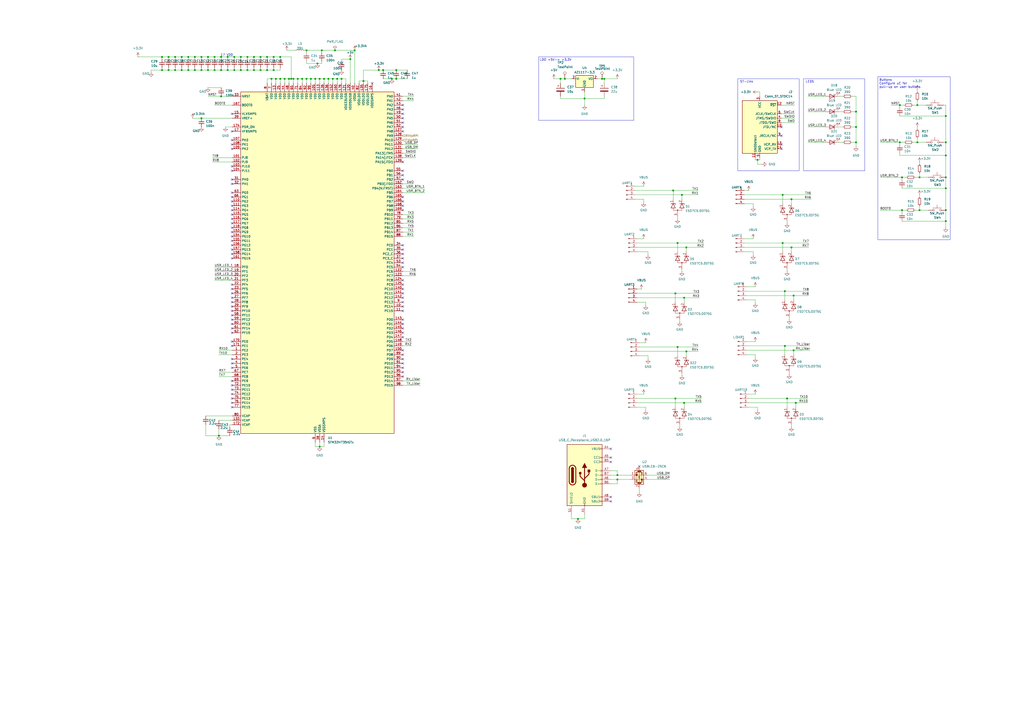
<source format=kicad_sch>
(kicad_sch (version 20231120) (generator "eeschema") (generator_version "8.0")
  (paper "A2")
  (junction (at 227.33 45.72))
  (junction (at 128.27 55.88))
  (junction (at 229.87 45.72))
  (junction (at 147.32 40.64))
  (junction (at 162.56 33.02))
  (junction (at 461.645 233.68))
  (junction (at 548.64 102.87))
  (junction (at 184.15 36.83))
  (junction (at 97.79 40.64))
  (junction (at 195.58 45.72))
  (junction (at 523.24 102.87))
  (junction (at 185.42 45.72))
  (junction (at 454.025 113.03))
  (junction (at 548.64 67.31))
  (junction (at 105.41 33.02))
  (junction (at 124.46 40.64))
  (junction (at 198.12 45.72))
  (junction (at 460.375 203.2))
  (junction (at 160.02 45.72))
  (junction (at 135.89 33.02))
  (junction (at 105.41 40.64))
  (junction (at 154.94 33.02))
  (junction (at 203.2 34.29))
  (junction (at 154.94 40.64))
  (junction (at 116.84 40.64))
  (junction (at 229.87 40.64))
  (junction (at 335.28 300.99))
  (junction (at 219.71 40.64))
  (junction (at 222.25 40.64))
  (junction (at 165.1 45.72))
  (junction (at 116.84 33.02))
  (junction (at 533.4 102.87))
  (junction (at 185.42 259.08))
  (junction (at 143.51 33.02))
  (junction (at 391.769 170.18))
  (junction (at 532.13 82.55))
  (junction (at 496.57 73.66))
  (junction (at 339.09 57.15))
  (junction (at 101.6 33.02))
  (junction (at 139.7 40.64))
  (junction (at 120.65 33.02))
  (junction (at 132.08 33.02))
  (junction (at 172.72 45.72))
  (junction (at 532.13 60.96))
  (junction (at 151.13 33.02))
  (junction (at 349.25 45.72))
  (junction (at 168.91 45.72))
  (junction (at 143.51 40.64))
  (junction (at 139.7 33.02))
  (junction (at 147.32 33.02))
  (junction (at 135.89 40.64))
  (junction (at 127 252.73))
  (junction (at 93.98 40.64))
  (junction (at 548.64 90.17))
  (junction (at 187.96 45.72))
  (junction (at 395.579 113.03))
  (junction (at 548.64 121.92))
  (junction (at 101.6 40.64))
  (junction (at 455.295 168.91))
  (junction (at 396.849 233.68))
  (junction (at 398.145 203.835))
  (junction (at 175.26 45.72))
  (junction (at 182.88 45.72))
  (junction (at 521.97 82.55))
  (junction (at 523.24 121.92))
  (junction (at 193.04 45.72))
  (junction (at 548.64 109.22))
  (junction (at 109.22 33.02))
  (junction (at 460.375 171.45))
  (junction (at 177.8 29.21))
  (junction (at 393.039 140.97))
  (junction (at 186.69 29.21))
  (junction (at 167.64 45.72))
  (junction (at 358.14 278.13))
  (junction (at 393.065 201.295))
  (junction (at 390.499 110.49))
  (junction (at 124.46 33.02))
  (junction (at 180.34 45.72))
  (junction (at 439.42 92.71))
  (junction (at 327.66 45.72))
  (junction (at 398.119 143.51))
  (junction (at 177.8 45.72))
  (junction (at 113.03 33.02))
  (junction (at 350.52 45.72))
  (junction (at 93.98 33.02))
  (junction (at 459.105 115.57))
  (junction (at 120.65 40.64))
  (junction (at 521.97 60.96))
  (junction (at 158.75 40.64))
  (junction (at 496.57 82.55))
  (junction (at 548.64 82.55))
  (junction (at 151.13 40.64))
  (junction (at 116.84 68.58))
  (junction (at 113.03 40.64))
  (junction (at 170.18 45.72))
  (junction (at 548.64 128.27))
  (junction (at 325.12 45.72))
  (junction (at 205.74 29.21))
  (junction (at 456.565 231.14))
  (junction (at 210.82 46.99))
  (junction (at 396.849 172.72))
  (junction (at 459.105 143.51))
  (junction (at 358.14 275.59))
  (junction (at 128.27 33.02))
  (junction (at 455.295 200.66))
  (junction (at 128.27 40.64))
  (junction (at 454.025 140.97))
  (junction (at 132.08 40.64))
  (junction (at 109.22 40.64))
  (junction (at 533.4 121.92))
  (junction (at 194.31 29.21))
  (junction (at 97.79 33.02))
  (junction (at 391.769 231.14))
  (junction (at 157.48 45.72))
  (junction (at 190.5 45.72))
  (junction (at 158.75 33.02))
  (junction (at 162.56 45.72))
  (junction (at 496.57 64.77))
  (no_connect (at 233.68 167.64))
  (no_connect (at 453.39 73.66))
  (no_connect (at 134.62 134.62))
  (no_connect (at 134.62 180.34))
  (no_connect (at 134.62 137.16))
  (no_connect (at 233.68 210.82))
  (no_connect (at 134.62 111.76))
  (no_connect (at 233.68 195.58))
  (no_connect (at 233.68 68.58))
  (no_connect (at 233.68 116.84))
  (no_connect (at 354.33 260.35))
  (no_connect (at 233.68 142.24))
  (no_connect (at 134.62 172.72))
  (no_connect (at 233.68 99.06))
  (no_connect (at 233.68 215.9))
  (no_connect (at 233.68 208.28))
  (no_connect (at 134.62 233.68))
  (no_connect (at 233.68 93.98))
  (no_connect (at 134.62 210.82))
  (no_connect (at 354.33 288.29))
  (no_connect (at 134.62 167.64))
  (no_connect (at 233.68 185.42))
  (no_connect (at 233.68 172.72))
  (no_connect (at 233.68 71.12))
  (no_connect (at 134.62 182.88))
  (no_connect (at 233.68 144.78))
  (no_connect (at 134.62 99.06))
  (no_connect (at 134.62 142.24))
  (no_connect (at 233.68 60.96))
  (no_connect (at 233.68 213.36))
  (no_connect (at 233.68 73.66))
  (no_connect (at 233.68 101.6))
  (no_connect (at 233.68 205.74))
  (no_connect (at 453.39 86.36))
  (no_connect (at 354.33 290.83))
  (no_connect (at 134.62 116.84))
  (no_connect (at 134.62 208.28))
  (no_connect (at 233.68 154.94))
  (no_connect (at 134.62 86.36))
  (no_connect (at 233.68 104.14))
  (no_connect (at 233.68 76.2))
  (no_connect (at 134.62 190.5))
  (no_connect (at 134.62 76.2))
  (no_connect (at 453.39 83.82))
  (no_connect (at 134.62 200.66))
  (no_connect (at 134.62 193.04))
  (no_connect (at 134.62 144.78))
  (no_connect (at 233.68 187.96))
  (no_connect (at 233.68 190.5))
  (no_connect (at 233.68 170.18))
  (no_connect (at 134.62 121.92))
  (no_connect (at 134.62 119.38))
  (no_connect (at 233.68 218.44))
  (no_connect (at 370.84 270.51))
  (no_connect (at 134.62 124.46))
  (no_connect (at 453.39 78.74))
  (no_connect (at 134.62 114.3))
  (no_connect (at 134.62 104.14))
  (no_connect (at 134.62 170.18))
  (no_connect (at 134.62 185.42))
  (no_connect (at 134.62 139.7))
  (no_connect (at 233.68 114.3))
  (no_connect (at 134.62 129.54))
  (no_connect (at 134.62 106.68))
  (no_connect (at 233.68 162.56))
  (no_connect (at 233.68 63.5))
  (no_connect (at 233.68 147.32))
  (no_connect (at 134.62 165.1))
  (no_connect (at 233.68 165.1))
  (no_connect (at 134.62 81.28))
  (no_connect (at 134.62 177.8))
  (no_connect (at 134.62 83.82))
  (no_connect (at 134.62 96.52))
  (no_connect (at 134.62 187.96))
  (no_connect (at 134.62 213.36))
  (no_connect (at 233.68 66.04))
  (no_connect (at 215.9 48.26))
  (no_connect (at 233.68 152.4))
  (no_connect (at 134.62 226.06))
  (no_connect (at 134.62 66.04))
  (no_connect (at 354.33 265.43))
  (no_connect (at 354.33 267.97))
  (no_connect (at 134.62 223.52))
  (no_connect (at 233.68 175.26))
  (no_connect (at 134.62 127))
  (no_connect (at 134.62 220.98))
  (no_connect (at 233.68 119.38))
  (no_connect (at 233.68 149.86))
  (no_connect (at 233.68 121.92))
  (no_connect (at 134.62 149.86))
  (no_connect (at 134.62 175.26))
  (no_connect (at 134.62 231.14))
  (no_connect (at 134.62 147.32))
  (no_connect (at 233.68 177.8))
  (no_connect (at 134.62 198.12))
  (no_connect (at 233.68 193.04))
  (no_connect (at 134.62 132.08))
  (no_connect (at 233.68 180.34))
  (no_connect (at 134.62 236.22))
  (no_connect (at 134.62 228.6))
  (no_connect (at 233.68 203.2))
  (wire (pts (xy 120.65 33.02) (xy 120.65 34.29)))
  (wire (pts (xy 208.28 48.26) (xy 208.28 46.99)))
  (wire (pts (xy 198.12 34.29) (xy 198.12 35.56)))
  (wire (pts (xy 190.5 45.72) (xy 193.04 45.72)))
  (wire (pts (xy 186.69 36.83) (xy 184.15 36.83)))
  (wire (pts (xy 393.039 127) (xy 393.039 125.73)))
  (wire (pts (xy 434.34 228.6) (xy 438.15 228.6)))
  (wire (pts (xy 233.68 124.46) (xy 240.03 124.46)))
  (wire (pts (xy 119.38 252.73) (xy 127 252.73)))
  (wire (pts (xy 436.88 146.05) (xy 431.8 146.05)))
  (wire (pts (xy 111.76 68.58) (xy 116.84 68.58)))
  (wire (pts (xy 516.89 60.96) (xy 521.97 60.96)))
  (wire (pts (xy 459.105 143.51) (xy 469.265 143.51)))
  (wire (pts (xy 130.81 73.66) (xy 134.62 73.66)))
  (wire (pts (xy 431.8 143.51) (xy 459.105 143.51)))
  (wire (pts (xy 456.565 231.14) (xy 468.63 231.14)))
  (wire (pts (xy 350.52 55.88) (xy 350.52 57.15)))
  (wire (pts (xy 456.565 129.54) (xy 456.565 128.27)))
  (wire (pts (xy 177.8 29.21) (xy 176.53 29.21)))
  (wire (pts (xy 339.09 300.99) (xy 335.28 300.99)))
  (wire (pts (xy 162.56 39.37) (xy 162.56 40.64)))
  (wire (pts (xy 358.14 280.67) (xy 358.14 278.13)))
  (wire (pts (xy 547.37 60.96) (xy 548.64 60.96)))
  (wire (pts (xy 454.025 113.03) (xy 454.025 118.11)))
  (wire (pts (xy 390.499 110.49) (xy 390.499 115.57)))
  (wire (pts (xy 167.64 45.72) (xy 165.1 45.72)))
  (wire (pts (xy 134.62 218.44) (xy 127 218.44)))
  (wire (pts (xy 486.41 64.77) (xy 488.95 64.77)))
  (wire (pts (xy 455.295 200.66) (xy 469.9 200.66)))
  (wire (pts (xy 395.579 113.03) (xy 405.104 113.03)))
  (wire (pts (xy 154.94 39.37) (xy 154.94 40.64)))
  (wire (pts (xy 523.24 128.27) (xy 548.64 128.27)))
  (wire (pts (xy 533.4 93.98) (xy 533.4 95.25)))
  (wire (pts (xy 120.65 50.8) (xy 128.27 50.8)))
  (wire (pts (xy 139.7 33.02) (xy 139.7 34.29)))
  (wire (pts (xy 162.56 33.02) (xy 168.91 33.02)))
  (wire (pts (xy 494.03 82.55) (xy 496.57 82.55)))
  (wire (pts (xy 113.03 40.64) (xy 109.22 40.64)))
  (wire (pts (xy 455.295 168.91) (xy 469.265 168.91)))
  (wire (pts (xy 321.31 45.72) (xy 325.12 45.72)))
  (wire (pts (xy 139.7 40.64) (xy 135.89 40.64)))
  (wire (pts (xy 186.69 29.21) (xy 194.31 29.21)))
  (wire (pts (xy 97.79 40.64) (xy 97.79 39.37)))
  (wire (pts (xy 394.309 186.69) (xy 394.309 185.42)))
  (wire (pts (xy 166.37 29.21) (xy 171.45 29.21)))
  (wire (pts (xy 124.46 39.37) (xy 124.46 40.64)))
  (wire (pts (xy 193.04 48.26) (xy 193.04 45.72)))
  (wire (pts (xy 434.34 233.68) (xy 461.645 233.68)))
  (wire (pts (xy 453.39 66.04) (xy 461.01 66.04)))
  (wire (pts (xy 468.63 64.77) (xy 478.79 64.77)))
  (wire (pts (xy 454.025 140.97) (xy 454.025 146.05)))
  (wire (pts (xy 395.605 217.805) (xy 395.605 216.535)))
  (wire (pts (xy 124.46 160.02) (xy 134.62 160.02)))
  (wire (pts (xy 147.32 40.64) (xy 143.51 40.64)))
  (wire (pts (xy 358.14 275.59) (xy 358.14 273.05)))
  (wire (pts (xy 127 243.84) (xy 134.62 243.84)))
  (wire (pts (xy 438.15 175.895) (xy 438.15 173.99)))
  (wire (pts (xy 374.624 177.165) (xy 374.624 175.26)))
  (wire (pts (xy 120.65 55.88) (xy 128.27 55.88)))
  (wire (pts (xy 468.63 73.66) (xy 478.79 73.66)))
  (wire (pts (xy 187.96 256.54) (xy 187.96 259.08)))
  (wire (pts (xy 124.46 33.02) (xy 120.65 33.02)))
  (wire (pts (xy 132.08 33.02) (xy 135.89 33.02)))
  (wire (pts (xy 496.57 82.55) (xy 496.57 85.09)))
  (wire (pts (xy 128.27 34.29) (xy 128.27 33.02)))
  (wire (pts (xy 180.34 45.72) (xy 182.88 45.72)))
  (wire (pts (xy 331.47 298.45) (xy 331.47 300.99)))
  (wire (pts (xy 395.579 113.03) (xy 395.579 115.57)))
  (wire (pts (xy 185.42 45.72) (xy 185.42 48.26)))
  (wire (pts (xy 486.41 55.88) (xy 488.95 55.88)))
  (wire (pts (xy 151.13 33.02) (xy 151.13 34.29)))
  (wire (pts (xy 358.14 278.13) (xy 365.76 278.13)))
  (wire (pts (xy 213.36 46.99) (xy 210.82 46.99)))
  (wire (pts (xy 165.1 45.72) (xy 165.1 48.26)))
  (wire (pts (xy 369.57 140.97) (xy 393.039 140.97)))
  (wire (pts (xy 438.15 205.74) (xy 433.07 205.74)))
  (wire (pts (xy 395.579 157.48) (xy 395.579 156.21)))
  (wire (pts (xy 109.22 33.02) (xy 105.41 33.02)))
  (wire (pts (xy 175.26 45.72) (xy 177.8 45.72)))
  (wire (pts (xy 172.72 45.72) (xy 172.72 48.26)))
  (wire (pts (xy 168.91 33.02) (xy 168.91 45.72)))
  (wire (pts (xy 521.97 82.55) (xy 521.97 83.82)))
  (wire (pts (xy 233.68 58.42) (xy 240.03 58.42)))
  (wire (pts (xy 521.97 67.31) (xy 548.64 67.31)))
  (wire (pts (xy 134.62 91.44) (xy 123.19 91.44)))
  (wire (pts (xy 154.94 33.02) (xy 158.75 33.02)))
  (wire (pts (xy 391.769 170.18) (xy 391.769 175.26)))
  (wire (pts (xy 373.354 117.475) (xy 373.354 115.57)))
  (wire (pts (xy 233.68 160.02) (xy 241.3 160.02)))
  (wire (pts (xy 433.07 198.12) (xy 438.15 198.12)))
  (wire (pts (xy 532.13 82.55) (xy 537.21 82.55)))
  (wire (pts (xy 222.25 45.72) (xy 227.33 45.72)))
  (wire (pts (xy 374.624 236.22) (xy 369.544 236.22)))
  (wire (pts (xy 368.274 107.95) (xy 373.354 107.95)))
  (wire (pts (xy 116.84 68.58) (xy 134.62 68.58)))
  (wire (pts (xy 349.25 45.72) (xy 346.71 45.72)))
  (wire (pts (xy 369.544 167.64) (xy 372.084 167.64)))
  (wire (pts (xy 105.41 33.02) (xy 105.41 34.29)))
  (wire (pts (xy 530.86 102.87) (xy 533.4 102.87)))
  (wire (pts (xy 431.8 140.97) (xy 454.025 140.97)))
  (wire (pts (xy 468.63 82.55) (xy 478.79 82.55)))
  (wire (pts (xy 358.14 273.05) (xy 354.33 273.05)))
  (wire (pts (xy 127 252.73) (xy 133.35 252.73)))
  (wire (pts (xy 185.42 45.72) (xy 187.96 45.72)))
  (wire (pts (xy 87.63 40.64) (xy 87.63 41.91)))
  (wire (pts (xy 219.71 40.64) (xy 222.25 40.64)))
  (wire (pts (xy 116.84 33.02) (xy 116.84 34.29)))
  (wire (pts (xy 439.42 92.71) (xy 438.15 92.71)))
  (wire (pts (xy 210.82 46.99) (xy 210.82 48.26)))
  (wire (pts (xy 158.75 33.02) (xy 162.56 33.02)))
  (wire (pts (xy 433.07 166.37) (xy 438.15 166.37)))
  (wire (pts (xy 93.98 33.02) (xy 80.01 33.02)))
  (wire (pts (xy 182.88 45.72) (xy 182.88 48.26)))
  (wire (pts (xy 170.18 45.72) (xy 168.91 45.72)))
  (wire (pts (xy 162.56 45.72) (xy 162.56 48.26)))
  (wire (pts (xy 453.39 60.96) (xy 461.01 60.96)))
  (wire (pts (xy 369.57 143.51) (xy 398.119 143.51)))
  (wire (pts (xy 548.64 128.27) (xy 548.64 121.92)))
  (wire (pts (xy 128.27 40.64) (xy 124.46 40.64)))
  (wire (pts (xy 147.32 39.37) (xy 147.32 40.64)))
  (wire (pts (xy 433.07 203.2) (xy 460.375 203.2)))
  (wire (pts (xy 154.94 40.64) (xy 151.13 40.64)))
  (wire (pts (xy 533.4 121.92) (xy 538.48 121.92)))
  (wire (pts (xy 233.68 91.44) (xy 241.3 91.44)))
  (wire (pts (xy 180.34 45.72) (xy 180.34 48.26)))
  (wire (pts (xy 147.32 33.02) (xy 151.13 33.02)))
  (wire (pts (xy 205.74 29.21) (xy 205.74 48.26)))
  (wire (pts (xy 172.72 45.72) (xy 175.26 45.72)))
  (wire (pts (xy 113.03 33.02) (xy 109.22 33.02)))
  (wire (pts (xy 459.105 143.51) (xy 459.105 146.05)))
  (wire (pts (xy 354.33 275.59) (xy 358.14 275.59)))
  (wire (pts (xy 391.769 231.14) (xy 407.009 231.14)))
  (wire (pts (xy 431.8 115.57) (xy 459.105 115.57)))
  (wire (pts (xy 105.41 40.64) (xy 109.22 40.64)))
  (wire (pts (xy 198.12 45.72) (xy 200.66 45.72)))
  (wire (pts (xy 375.894 146.05) (xy 369.57 146.05)))
  (wire (pts (xy 521.97 60.96) (xy 524.51 60.96)))
  (wire (pts (xy 151.13 40.64) (xy 147.32 40.64)))
  (wire (pts (xy 128.27 33.02) (xy 124.46 33.02)))
  (wire (pts (xy 134.62 205.74) (xy 127 205.74)))
  (wire (pts (xy 327.66 45.72) (xy 331.47 45.72)))
  (wire (pts (xy 494.03 73.66) (xy 496.57 73.66)))
  (wire (pts (xy 119.38 246.38) (xy 119.38 252.73)))
  (wire (pts (xy 325.12 57.15) (xy 339.09 57.15)))
  (wire (pts (xy 233.68 134.62) (xy 240.03 134.62)))
  (wire (pts (xy 325.12 55.88) (xy 325.12 57.15)))
  (wire (pts (xy 391.769 170.18) (xy 405.739 170.18)))
  (wire (pts (xy 396.849 172.72) (xy 405.739 172.72)))
  (wire (pts (xy 523.24 121.92) (xy 523.24 123.19)))
  (wire (pts (xy 325.12 45.72) (xy 325.12 48.26)))
  (wire (pts (xy 368.274 113.03) (xy 395.579 113.03)))
  (wire (pts (xy 438.15 207.645) (xy 438.15 205.74)))
  (wire (pts (xy 143.51 33.02) (xy 147.32 33.02)))
  (wire (pts (xy 390.499 110.49) (xy 405.104 110.49)))
  (wire (pts (xy 331.47 300.99) (xy 335.28 300.99)))
  (wire (pts (xy 116.84 40.64) (xy 113.03 40.64)))
  (wire (pts (xy 370.84 198.755) (xy 374.65 198.755)))
  (wire (pts (xy 439.42 236.22) (xy 434.34 236.22)))
  (wire (pts (xy 184.15 36.83) (xy 177.8 36.83)))
  (wire (pts (xy 177.8 45.72) (xy 180.34 45.72)))
  (wire (pts (xy 222.25 40.64) (xy 229.87 40.64)))
  (wire (pts (xy 233.68 83.82) (xy 242.57 83.82)))
  (wire (pts (xy 120.65 33.02) (xy 116.84 33.02)))
  (wire (pts (xy 233.68 132.08) (xy 240.03 132.08)))
  (wire (pts (xy 375.92 275.59) (xy 388.62 275.59)))
  (wire (pts (xy 459.105 115.57) (xy 459.105 118.11)))
  (wire (pts (xy 523.24 102.87) (xy 523.24 104.14)))
  (wire (pts (xy 456.565 157.48) (xy 456.565 156.21)))
  (wire (pts (xy 496.57 64.77) (xy 496.57 73.66)))
  (wire (pts (xy 128.27 33.02) (xy 132.08 33.02)))
  (wire (pts (xy 168.91 45.72) (xy 167.64 45.72)))
  (wire (pts (xy 139.7 39.37) (xy 139.7 40.64)))
  (wire (pts (xy 120.65 39.37) (xy 120.65 40.64)))
  (wire (pts (xy 113.03 33.02) (xy 113.03 34.29)))
  (wire (pts (xy 460.375 203.2) (xy 460.375 205.74)))
  (wire (pts (xy 124.46 162.56) (xy 134.62 162.56)))
  (wire (pts (xy 436.88 118.11) (xy 431.8 118.11)))
  (wire (pts (xy 350.52 57.15) (xy 339.09 57.15)))
  (wire (pts (xy 233.68 86.36) (xy 242.57 86.36)))
  (wire (pts (xy 439.42 238.125) (xy 439.42 236.22)))
  (wire (pts (xy 457.835 217.17) (xy 457.835 215.9)))
  (wire (pts (xy 510.54 102.87) (xy 523.24 102.87)))
  (wire (pts (xy 246.38 111.76) (xy 233.68 111.76)))
  (wire (pts (xy 439.42 95.25) (xy 439.42 92.71)))
  (wire (pts (xy 182.88 256.54) (xy 182.88 259.08)))
  (wire (pts (xy 116.84 33.02) (xy 113.03 33.02)))
  (wire (pts (xy 398.119 143.51) (xy 398.119 146.05)))
  (wire (pts (xy 135.89 33.02) (xy 139.7 33.02)))
  (wire (pts (xy 457.835 185.42) (xy 457.835 184.15)))
  (wire (pts (xy 468.63 55.88) (xy 478.79 55.88)))
  (wire (pts (xy 441.96 95.25) (xy 439.42 95.25)))
  (wire (pts (xy 433.07 168.91) (xy 455.295 168.91)))
  (wire (pts (xy 396.849 233.68) (xy 407.009 233.68)))
  (wire (pts (xy 436.88 120.015) (xy 436.88 118.11)))
  (wire (pts (xy 167.64 45.72) (xy 167.64 48.26)))
  (wire (pts (xy 177.8 45.72) (xy 177.8 48.26)))
  (wire (pts (xy 93.98 39.37) (xy 93.98 40.64)))
  (wire (pts (xy 186.69 29.21) (xy 186.69 30.48)))
  (wire (pts (xy 87.63 40.64) (xy 93.98 40.64)))
  (wire (pts (xy 339.09 57.15) (xy 339.09 53.34)))
  (wire (pts (xy 128.27 55.88) (xy 134.62 55.88)))
  (wire (pts (xy 433.07 171.45) (xy 460.375 171.45)))
  (wire (pts (xy 393.039 140.97) (xy 393.039 146.05)))
  (wire (pts (xy 350.52 45.72) (xy 349.25 45.72)))
  (wire (pts (xy 109.22 39.37) (xy 109.22 40.64)))
  (wire (pts (xy 229.87 45.72) (xy 236.22 45.72)))
  (wire (pts (xy 175.26 48.26) (xy 175.26 45.72)))
  (wire (pts (xy 375.92 206.375) (xy 370.84 206.375)))
  (wire (pts (xy 151.13 33.02) (xy 154.94 33.02)))
  (wire (pts (xy 431.8 113.03) (xy 454.025 113.03)))
  (wire (pts (xy 158.75 33.02) (xy 158.75 34.29)))
  (wire (pts (xy 521.97 88.9) (xy 521.97 90.17)))
  (wire (pts (xy 460.375 203.2) (xy 469.9 203.2)))
  (wire (pts (xy 368.274 110.49) (xy 390.499 110.49)))
  (wire (pts (xy 147.32 33.02) (xy 147.32 34.29)))
  (wire (pts (xy 369.544 172.72) (xy 396.849 172.72)))
  (wire (pts (xy 172.72 45.72) (xy 170.18 45.72)))
  (wire (pts (xy 186.69 35.56) (xy 186.69 36.83)))
  (wire (pts (xy 486.41 82.55) (xy 488.95 82.55)))
  (wire (pts (xy 162.56 45.72) (xy 160.02 45.72)))
  (wire (pts (xy 187.96 45.72) (xy 187.96 48.26)))
  (wire (pts (xy 439.42 53.34) (xy 440.69 53.34)))
  (wire (pts (xy 532.13 60.96) (xy 537.21 60.96)))
  (wire (pts (xy 532.13 52.07) (xy 532.13 53.34)))
  (wire (pts (xy 93.98 33.02) (xy 93.98 34.29)))
  (wire (pts (xy 521.97 82.55) (xy 524.51 82.55)))
  (wire (pts (xy 177.8 29.21) (xy 186.69 29.21)))
  (wire (pts (xy 396.849 233.68) (xy 396.849 236.22)))
  (wire (pts (xy 160.02 45.72) (xy 157.48 45.72)))
  (wire (pts (xy 170.18 45.72) (xy 170.18 48.26)))
  (wire (pts (xy 433.07 200.66) (xy 455.295 200.66)))
  (wire (pts (xy 548.64 90.17) (xy 548.64 82.55)))
  (wire (pts (xy 548.64 82.55) (xy 547.37 82.55)))
  (wire (pts (xy 354.33 278.13) (xy 358.14 278.13)))
  (wire (pts (xy 101.6 33.02) (xy 97.79 33.02)))
  (wire (pts (xy 405.13 203.835) (xy 398.145 203.835)))
  (wire (pts (xy 127 203.2) (xy 134.62 203.2)))
  (wire (pts (xy 438.15 173.99) (xy 433.07 173.99)))
  (wire (pts (xy 523.24 121.92) (xy 525.78 121.92)))
  (wire (pts (xy 431.8 138.43) (xy 436.88 138.43)))
  (wire (pts (xy 369.544 231.14) (xy 391.769 231.14)))
  (wire (pts (xy 182.88 259.08) (xy 185.42 259.08)))
  (wire (pts (xy 339.09 60.96) (xy 339.09 57.15)))
  (wire (pts (xy 233.68 127) (xy 240.03 127)))
  (wire (pts (xy 461.645 233.68) (xy 468.63 233.68)))
  (wire (pts (xy 533.4 113.03) (xy 533.4 114.3)))
  (wire (pts (xy 510.54 82.55) (xy 521.97 82.55)))
  (wire (pts (xy 162.56 40.64) (xy 158.75 40.64)))
  (wire (pts (xy 158.75 40.64) (xy 154.94 40.64)))
  (wire (pts (xy 198.12 45.72) (xy 195.58 45.72)))
  (wire (pts (xy 391.769 231.14) (xy 391.769 236.22)))
  (wire (pts (xy 233.68 106.68) (xy 240.03 106.68)))
  (wire (pts (xy 529.59 60.96) (xy 532.13 60.96)))
  (wire (pts (xy 195.58 48.26) (xy 195.58 45.72)))
  (wire (pts (xy 128.27 39.37) (xy 128.27 40.64)))
  (wire (pts (xy 198.12 48.26) (xy 198.12 45.72)))
  (wire (pts (xy 233.68 88.9) (xy 241.3 88.9)))
  (wire (pts (xy 460.375 171.45) (xy 469.265 171.45)))
  (wire (pts (xy 101.6 39.37) (xy 101.6 40.64)))
  (wire (pts (xy 375.894 147.955) (xy 375.894 146.05)))
  (wire (pts (xy 375.92 278.13) (xy 388.62 278.13)))
  (wire (pts (xy 370.84 285.75) (xy 370.84 283.21)))
  (wire (pts (xy 440.69 53.34) (xy 440.69 55.88)))
  (wire (pts (xy 393.065 201.295) (xy 405.13 201.295)))
  (wire (pts (xy 369.57 138.43) (xy 373.38 138.43)))
  (wire (pts (xy 135.89 40.64) (xy 132.08 40.64)))
  (wire (pts (xy 132.08 39.37) (xy 132.08 40.64)))
  (wire (pts (xy 116.84 39.37) (xy 116.84 40.64)))
  (wire (pts (xy 533.4 121.92) (xy 533.4 119.38)))
  (wire (pts (xy 532.13 60.96) (xy 532.13 58.42)))
  (wire (pts (xy 440.69 91.44) (xy 440.69 92.71)))
  (wire (pts (xy 120.65 40.64) (xy 116.84 40.64)))
  (wire (pts (xy 151.13 39.37) (xy 151.13 40.64)))
  (wire (pts (xy 339.09 298.45) (xy 339.09 300.99)))
  (wire (pts (xy 438.15 92.71) (xy 438.15 91.44)))
  (wire (pts (xy 160.02 45.72) (xy 160.02 48.26)))
  (wire (pts (xy 233.68 220.98) (xy 243.84 220.98)))
  (wire (pts (xy 97.79 40.64) (xy 101.6 40.64)))
  (wire (pts (xy 143.51 40.64) (xy 139.7 40.64)))
  (wire (pts (xy 233.68 200.66) (xy 238.76 200.66)))
  (wire (pts (xy 510.54 121.92) (xy 523.24 121.92)))
  (wire (pts (xy 373.354 115.57) (xy 368.274 115.57)))
  (wire (pts (xy 198.12 34.29) (xy 203.2 34.29)))
  (wire (pts (xy 133.35 247.65) (xy 133.35 246.38)))
  (wire (pts (xy 187.96 45.72) (xy 190.5 45.72)))
  (wire (pts (xy 394.309 247.65) (xy 394.309 246.38)))
  (wire (pts (xy 369.544 228.6) (xy 373.354 228.6)))
  (wire (pts (xy 548.64 102.87) (xy 548.64 90.17)))
  (wire (pts (xy 454.025 140.97) (xy 469.265 140.97)))
  (wire (pts (xy 135.89 39.37) (xy 135.89 40.64)))
  (wire (pts (xy 124.46 60.96) (xy 134.62 60.96)))
  (wire (pts (xy 354.33 280.67) (xy 358.14 280.67)))
  (wire (pts (xy 455.295 168.91) (xy 455.295 173.99)))
  (wire (pts (xy 208.28 46.99) (xy 210.82 46.99)))
  (wire (pts (xy 233.68 157.48) (xy 241.3 157.48)))
  (wire (pts (xy 496.57 55.88) (xy 496.57 64.77)))
  (wire (pts (xy 369.544 170.18) (xy 391.769 170.18)))
  (wire (pts (xy 350.52 45.72) (xy 350.52 48.26)))
  (wire (pts (xy 461.645 233.68) (xy 461.645 236.22)))
  (wire (pts (xy 203.2 34.29) (xy 203.2 48.26)))
  (wire (pts (xy 124.46 40.64) (xy 120.65 40.64)))
  (wire (pts (xy 154.94 33.02) (xy 154.94 34.29)))
  (wire (pts (xy 375.92 208.28) (xy 375.92 206.375)))
  (wire (pts (xy 154.94 48.26) (xy 154.94 45.72)))
  (wire (pts (xy 486.41 73.66) (xy 488.95 73.66)))
  (wire (pts (xy 548.64 121.92) (xy 548.64 109.22)))
  (wire (pts (xy 532.13 73.66) (xy 532.13 74.93)))
  (wire (pts (xy 396.849 172.72) (xy 396.849 175.26)))
  (wire (pts (xy 436.88 147.955) (xy 436.88 146.05)))
  (wire (pts (xy 109.22 33.02) (xy 109.22 34.29)))
  (wire (pts (xy 97.79 33.02) (xy 93.98 33.02)))
  (wire (pts (xy 177.8 35.56) (xy 177.8 36.83)))
  (wire (pts (xy 548.64 109.22) (xy 548.64 102.87)))
  (wire (pts (xy 548.64 60.96) (xy 548.64 67.31)))
  (wire (pts (xy 190.5 45.72) (xy 190.5 48.26)))
  (wire (pts (xy 325.12 45.72) (xy 327.66 45.72)))
  (wire (pts (xy 459.105 247.65) (xy 459.105 246.38)))
  (wire (pts (xy 370.84 203.835) (xy 398.145 203.835)))
  (wire (pts (xy 453.39 71.12) (xy 461.01 71.12)))
  (wire (pts (xy 101.6 33.02) (xy 101.6 34.29)))
  (wire (pts (xy 393.065 201.295) (xy 393.065 206.375)))
  (wire (pts (xy 233.68 137.16) (xy 240.03 137.16)))
  (wire (pts (xy 127 248.92) (xy 127 252.73)))
  (wire (pts (xy 105.41 40.64) (xy 101.6 40.64)))
  (wire (pts (xy 369.544 233.68) (xy 396.849 233.68)))
  (wire (pts (xy 398.119 143.51) (xy 408.279 143.51)))
  (wire (pts (xy 127 215.9) (xy 134.62 215.9)))
  (wire (pts (xy 434.34 231.14) (xy 456.565 231.14)))
  (wire (pts (xy 459.105 115.57) (xy 470.535 115.57)))
  (wire (pts (xy 455.295 200.66) (xy 455.295 205.74)))
  (wire (pts (xy 133.35 246.38) (xy 134.62 246.38)))
  (wire (pts (xy 533.4 102.87) (xy 533.4 100.33)))
  (wire (pts (xy 233.68 223.52) (xy 243.84 223.52)))
  (wire (pts (xy 135.89 33.02) (xy 135.89 34.29)))
  (wire (pts (xy 97.79 33.02) (xy 97.79 34.29)))
  (wire (pts (xy 227.33 45.72) (xy 229.87 45.72)))
  (wire (pts (xy 521.97 60.96) (xy 521.97 62.23)))
  (wire (pts (xy 398.145 203.835) (xy 398.145 206.375)))
  (wire (pts (xy 139.7 33.02) (xy 143.51 33.02)))
  (wire (pts (xy 494.03 64.77) (xy 496.57 64.77)))
  (wire (pts (xy 496.57 73.66) (xy 496.57 82.55)))
  (wire (pts (xy 162.56 33.02) (xy 162.56 34.29)))
  (wire (pts (xy 124.46 33.02) (xy 124.46 34.29)))
  (wire (pts (xy 523.24 102.87) (xy 525.78 102.87)))
  (wire (pts (xy 548.64 67.31) (xy 548.64 82.55)))
  (wire (pts (xy 182.88 45.72) (xy 185.42 45.72)))
  (wire (pts (xy 158.75 39.37) (xy 158.75 40.64)))
  (wire (pts (xy 219.71 40.64) (xy 210.82 40.64)))
  (wire (pts (xy 374.624 238.125) (xy 374.624 236.22)))
  (wire (pts (xy 93.98 40.64) (xy 97.79 40.64)))
  (wire (pts (xy 132.08 40.64) (xy 128.27 40.64)))
  (wire (pts (xy 431.8 110.49) (xy 434.34 110.49)))
  (wire (pts (xy 358.14 45.72) (xy 350.52 45.72)))
  (wire (pts (xy 213.36 48.26) (xy 213.36 46.99)))
  (wire (pts (xy 456.565 231.14) (xy 456.565 236.22)))
  (wire (pts (xy 187.96 259.08) (xy 185.42 259.08)))
  (wire (pts (xy 494.03 55.88) (xy 496.57 55.88)))
  (wire (pts (xy 194.31 29.21) (xy 205.74 29.21)))
  (wire (pts (xy 548.64 128.27) (xy 548.64 132.08)))
  (wire (pts (xy 124.46 154.94) (xy 134.62 154.94)))
  (wire (pts (xy 143.51 39.37) (xy 143.51 40.64)))
  (wire (pts (xy 119.38 241.3) (xy 134.62 241.3)))
  (wire (pts (xy 229.87 40.64) (xy 236.22 40.64)))
  (wire (pts (xy 195.58 45.72) (xy 193.04 45.72)))
  (wire (pts (xy 454.025 113.03) (xy 470.535 113.03)))
  (wire (pts (xy 533.4 102.87) (xy 538.48 102.87)))
  (wire (pts (xy 200.66 45.72) (xy 200.66 48.26)))
  (wire (pts (xy 157.48 45.72) (xy 157.48 48.26)))
  (wire (pts (xy 210.82 40.64) (xy 210.82 46.99)))
  (wire (pts (xy 185.42 256.54) (xy 185.42 259.08)))
  (wire (pts (xy 374.624 175.26) (xy 369.544 175.26)))
  (wire (pts (xy 165.1 45.72) (xy 162.56 45.72)))
  (wire (pts (xy 370.84 201.295) (xy 393.065 201.295)))
  (wire (pts (xy 124.46 157.48) (xy 134.62 157.48)))
  (wire (pts (xy 453.39 68.58) (xy 461.01 68.58)))
  (wire (pts (xy 233.68 55.88) (xy 240.03 55.88)))
  (wire (pts (xy 521.97 90.17) (xy 548.64 90.17)))
  (wire (pts (xy 439.42 92.71) (xy 440.69 92.71)))
  (wire (pts (xy 105.41 33.02) (xy 101.6 33.02)))
  (wire (pts (xy 523.24 109.22) (xy 548.64 109.22)))
  (wire (pts (xy 177.8 30.48) (xy 177.8 29.21)))
  (wire (pts (xy 154.94 45.72) (xy 157.48 45.72)))
  (wire (pts (xy 532.13 82.55) (xy 532.13 80.01)))
  (wire (pts (xy 143.51 33.02) (xy 143.51 34.29)))
  (wire (pts (xy 113.03 39.37) (xy 113.03 40.64)))
  (wire (pts (xy 393.039 140.97) (xy 408.279 140.97)))
  (wire (pts (xy 246.38 109.22) (xy 233.68 109.22)))
  (wire (pts (xy 233.68 129.54) (xy 240.03 129.54)))
  (wire (pts (xy 105.41 39.37) (xy 105.41 40.64)))
  (wire (pts (xy 460.375 171.45) (xy 460.375 173.99)))
  (wire (pts (xy 134.62 93.98) (xy 123.19 93.98)))
  (wire (pts (xy 529.59 82.55) (xy 532.13 82.55)))
  (wire (pts (xy 233.68 198.12) (xy 238.76 198.12)))
  (wire (pts (xy 530.86 121.92) (xy 533.4 121.92)))
  (wire (pts (xy 132.08 33.02) (xy 132.08 34.29)))
  (wire (pts (xy 358.14 275.59) (xy 365.76 275.59)))
  (rectangle (start 312.42 33.02) (end 367.665 69.85))
  (rectangle (start 427.99 45.72) (end 463.55 99.06))
  (rectangle (start 466.09 45.72) (end 501.65 99.06))
  (rectangle (start 509.27 44.45) (end 551.18 139.065))
  (text "LDO +5V-> +3.3V" (at 322.326 34.798 0) (effects (font (size 1.27 1.27))))
  (text "LEDS\n" (at 467.36 48.26 0) (effects (font (size 1.27 1.27)) (justify left bottom)))
  (text "17 VDD\n" (at 131.572 32.004 0) (effects (font (size 1.27 1.27))))
  (text "Buttons\nConfigure uC for \npull-up on user buttons" (at 510.032 51.308 0) (effects (font (size 1.27 1.27)) (justify left bottom)))
  (text "ST-Link\n" (at 429.26 48.26 0) (effects (font (size 1.27 1.27)) (justify left bottom)))
  (label "USR_BTN_1" (at 510.54 82.55 0))
  (label "RX7" (at 127 215.9 0))
  (label "TX4" (at 240.03 55.88 180))
  (label "TX10" (at 127 205.74 0))
  (label "TX5" (at 240.03 132.08 180))
  (label "TX_Lidar" (at 243.84 223.52 180))
  (label "TX7" (at 469.265 140.97 180))
  (label "NRST" (at 461.01 60.96 180))
  (label "USR_LED_1" (at 124.46 154.94 0))
  (label "RX8" (at 469.265 171.45 180))
  (label "USR_LED_2" (at 124.46 157.48 0))
  (label "TX2" (at 408.279 140.97 180))
  (label "RX1" (at 240.03 137.16 180))
  (label "TX6" (at 241.3 157.48 180))
  (label "USR_BTN_2" (at 246.38 111.76 180))
  (label "TX4" (at 405.13 201.295 180))
  (label "USB_DP" (at 242.57 83.82 180))
  (label "SWCLK" (at 241.3 91.44 180))
  (label "USR_LED_1" (at 468.63 55.88 0))
  (label "SWDIO" (at 461.01 68.58 180))
  (label "TX1" (at 240.03 134.62 180))
  (label "TX8" (at 123.19 91.44 0))
  (label "RX7" (at 469.265 143.51 180))
  (label "USB_DP" (at 388.62 278.13 180))
  (label "USR_LED_3" (at 468.63 73.66 0))
  (label "RX3" (at 405.739 172.72 180))
  (label "TX7" (at 127 218.44 0))
  (label "TX_Lidar" (at 469.9 200.66 180))
  (label "USR_LED_3" (at 124.46 160.02 0))
  (label "TX5" (at 407.009 231.14 180))
  (label "TX6" (at 470.535 113.03 180))
  (label "SWDIO" (at 241.3 88.9 180))
  (label "RX3" (at 240.03 127 180))
  (label "USR_LED_4" (at 124.46 162.56 0))
  (label "SWO" (at 240.03 106.68 180))
  (label "USR_BTN_1" (at 246.38 109.22 180))
  (label "RX10" (at 127 203.2 0))
  (label "RX10" (at 468.63 233.68 180))
  (label "TX3" (at 240.03 124.46 180))
  (label "RX5" (at 407.009 233.68 180))
  (label "RX_Lidar" (at 243.84 220.98 180))
  (label "TX10" (at 468.63 231.14 180))
  (label "RX4" (at 240.03 58.42 180))
  (label "USB_DM" (at 242.57 86.36 180))
  (label "RX_Lidar" (at 469.9 203.2 180))
  (label "RX1" (at 405.104 113.03 180))
  (label "TX3" (at 405.739 170.18 180))
  (label "USR_LED_2" (at 468.63 64.77 0))
  (label "RX2" (at 408.279 143.51 180))
  (label "USR_LED_4" (at 468.63 82.55 0))
  (label "RX5" (at 240.03 129.54 180))
  (label "RX8" (at 123.19 93.98 0))
  (label "TX2" (at 238.76 198.12 180))
  (label "RX6" (at 470.535 115.57 180))
  (label "NRST" (at 120.65 55.88 0))
  (label "TX8" (at 469.265 168.91 180))
  (label "SWO" (at 461.01 71.12 180))
  (label "TX1" (at 405.104 110.49 180))
  (label "RX4" (at 405.13 203.835 180))
  (label "USB_DM" (at 388.62 275.59 180))
  (label "USR_BTN_2" (at 510.54 102.87 0))
  (label "SWCLK" (at 461.01 66.04 180))
  (label "BOOT0" (at 510.54 121.92 0))
  (label "NRST" (at 516.89 60.96 0))
  (label "RX6" (at 241.3 160.02 180))
  (label "BOOT0" (at 124.46 60.96 0))
  (label "RX2" (at 238.76 200.66 180))
  (hierarchical_label "TXtoRPI" (shape input) (at 233.68 81.28 0))
  (hierarchical_label "RXtoRPI" (shape input) (at 233.68 78.74 0))
  (symbol (lib_id "power:VBUS") (at 373.354 228.6 0) (unit 1)
    (property "Reference" "#PWR078" (effects (hide yes)))
    (property "Value" "VBUS" (at 373.354 223.52 0))
    (property "Description" "Power symbol creates a global label with name \"VBUS\"" (effects (hide yes)))
  )
  (symbol (lib_id "Device:C_Small") (at 120.65 36.83 0) (mirror y) (unit 1)
    (property "Reference" "C12" (at 121.666 35.306 0) (effects (justify left)))
    (property "Value" "100n" (effects (hide yes)))
    (property "Footprint" "Capacitor_SMD:C_0402_1005Metric_Pad0.74x0.62mm_HandSolder" (effects (hide yes)))
    (property "Description" "Unpolarized capacitor, small symbol" (effects (hide yes)))
  )
  (symbol (lib_id "Device:C_Polarized") (at 350.52 52.07 0) (unit 1)
    (property "Reference" "C38" (at 354.33 50.546 0) (effects (justify left)))
    (property "Value" "22u" (at 354.33 53.086 0) (effects (justify left)))
    (property "Footprint" "Capacitor_SMD:C_0805_2012Metric_Pad1.18x1.45mm_HandSolder" (effects (hide yes)))
    (property "MFR" "865 060 442 002" (effects (hide yes)))
    (property "Fournisseur" "Wurth" (effects (hide yes)))
  )
  (symbol (lib_id "Power_Protection:RCLAMP0582B") (at 459.105 241.3 90) (unit 1)
    (property "Reference" "D3" (at 463.677 240.4018 90) (effects (justify right)))
    (property "Value" "ESD7C5.0DT5G" (at 463.677 242.9387 90) (effects (justify right)))
    (property "Footprint" "Package_TO_SOT_SMD:SOT-416" (effects (hide yes)))
    (property "Datasheet" "https://www.mouser.fr/datasheet/2/308/1/ESD7C3_3D_D-2311593.pdf" (effects (hide yes)))
    (property "Mouser Part Number" "863-ESD7C5.0DT5G" (effects (hide yes)))
  )
  (symbol (lib_id "Power_Protection:RCLAMP0582B") (at 394.309 241.3 90) (unit 1)
    (property "Reference" "D4" (at 398.881 240.4018 90) (effects (justify right)))
    (property "Value" "ESD7C5.0DT5G" (at 398.881 242.9387 90) (effects (justify right)))
    (property "Footprint" "Package_TO_SOT_SMD:SOT-416" (effects (hide yes)))
    (property "Datasheet" "https://www.mouser.fr/datasheet/2/308/1/ESD7C3_3D_D-2311593.pdf" (effects (hide yes)))
    (property "Mouser Part Number" "863-ESD7C5.0DT5G" (effects (hide yes)))
  )
  (symbol (lib_id "Connector:TestPoint") (at 327.66 45.72 0) (unit 1)
    (property "Reference" "TP2" (at 323.342 36.322 0) (effects (justify left)))
    (property "Value" "TestPoint" (at 323.342 38.862 0) (effects (justify left)))
    (property "Footprint" "TestPoint:TestPoint_Pad_D2.0mm" (effects (hide yes)))
    (property "Description" "test point" (effects (hide yes)))
  )
  (symbol (lib_id "power:GND") (at 438.15 207.645 0) (unit 1)
    (property "Reference" "#PWR016" (effects (hide yes)))
    (property "Value" "GND" (at 438.15 212.0884 0))
  )
  (symbol (lib_id "Connector:Conn_01x04_Male") (at 363.194 110.49 0) (unit 1)
    (property "Reference" "UART1" (at 363.829 106.1537 0))
    (property "Value" "Conn_01x04_Male" (effects (hide yes)))
    (property "Footprint" "Connector_JST:JST_XH_B4B-XH-A_1x04_P2.50mm_Vertical" (effects (hide yes)))
  )
  (symbol (lib_id "Connector:Conn_01x04_Male") (at 426.72 113.03 0) (unit 1)
    (property "Reference" "UART6" (at 427.355 108.6937 0))
    (property "Value" "Conn_01x04_Male" (effects (hide yes)))
    (property "Footprint" "Connector_JST:JST_XH_B4B-XH-A_1x04_P2.50mm_Vertical" (effects (hide yes)))
  )
  (symbol (lib_id "power:+3.3V") (at 219.71 40.64 0) (unit 1)
    (property "Reference" "#PWR081" (effects (hide yes)))
    (property "Value" "+3.3V" (at 216.916 36.83 0) (effects (justify left)))
    (property "Description" "Power symbol creates a global label with name \"+3.3V\"" (effects (hide yes)))
  )
  (symbol (lib_id "power:GND") (at 375.92 208.28 0) (unit 1)
    (property "Reference" "#PWR085" (effects (hide yes)))
    (property "Value" "GND" (at 375.92 212.7234 0))
  )
  (symbol (lib_id "Power_Protection:RCLAMP0582B") (at 456.565 123.19 90) (unit 1)
    (property "Reference" "D6" (at 461.137 122.2918 90) (effects (justify right)))
    (property "Value" "ESD7C5.0DT5G" (at 461.137 124.8287 90) (effects (justify right)))
    (property "Footprint" "Package_TO_SOT_SMD:SOT-416" (effects (hide yes)))
    (property "Datasheet" "https://www.mouser.fr/datasheet/2/308/1/ESD7C3_3D_D-2311593.pdf" (effects (hide yes)))
    (property "Mouser Part Number" "863-ESD7C5.0DT5G" (effects (hide yes)))
  )
  (symbol (lib_id "power:+3.3VA") (at 111.76 68.58 0) (unit 1)
    (property "Reference" "#PWR062" (effects (hide yes)))
    (property "Value" "+3.3VA" (at 115.316 66.04 0))
    (property "Description" "Power symbol creates a global label with name \"+3.3VA\"" (effects (hide yes)))
  )
  (symbol (lib_id "Device:R_Small") (at 533.4 97.79 180) (unit 1)
    (property "Reference" "R18" (at 535.94 96.5199 0) (effects (justify right)))
    (property "Value" "10k" (at 535.94 99.0599 0) (effects (justify right)))
    (property "Footprint" "Resistor_SMD:R_0402_1005Metric" (effects (hide yes)))
    (property "Description" "Resistor, small symbol" (effects (hide yes)))
  )
  (symbol (lib_id "Device:R_Small") (at 491.49 73.66 90) (unit 1)
    (property "Reference" "R22" (at 491.49 68.58 90))
    (property "Value" "390" (at 491.49 71.12 90))
    (property "Footprint" "Resistor_SMD:R_0402_1005Metric" (effects (hide yes)))
    (property "Fournisseur" "Farnell" (effects (hide yes)))
    (property "MFR" "CRCW0402390RFKEDC" (effects (hide yes)))
    (property "Ref" "4177482" (effects (hide yes)))
  )
  (symbol (lib_id "Device:C_Small") (at 151.13 36.83 0) (mirror y) (unit 1)
    (property "Reference" "C22" (at 152.146 35.306 0) (effects (justify left)))
    (property "Value" "100n" (effects (hide yes)))
    (property "Footprint" "Capacitor_SMD:C_0402_1005Metric_Pad0.74x0.62mm_HandSolder" (effects (hide yes)))
    (property "Description" "Unpolarized capacitor, small symbol" (effects (hide yes)))
  )
  (symbol (lib_id "power:VBUS") (at 372.084 167.64 0) (unit 1)
    (property "Reference" "#PWR071" (effects (hide yes)))
    (property "Value" "VBUS" (at 372.084 162.56 0))
    (property "Description" "Power symbol creates a global label with name \"VBUS\"" (effects (hide yes)))
  )
  (symbol (lib_id "Power_Protection:RCLAMP0582B") (at 457.835 210.82 90) (unit 1)
    (property "Reference" "D9" (at 462.407 209.9218 90) (effects (justify right)))
    (property "Value" "ESD7C5.0DT5G" (at 462.407 212.4587 90) (effects (justify right)))
    (property "Footprint" "Package_TO_SOT_SMD:SOT-416" (effects (hide yes)))
    (property "Datasheet" "https://www.mouser.fr/datasheet/2/308/1/ESD7C3_3D_D-2311593.pdf" (effects (hide yes)))
    (property "Mouser Part Number" "863-ESD7C5.0DT5G" (effects (hide yes)))
  )
  (symbol (lib_id "MCU_ST_STM32H7:STM32H735IGTx") (at 182.88 152.4 0) (unit 1)
    (property "Reference" "U1" (at 190.1541 254 0) (effects (justify left)))
    (property "Value" "STM32H735IGTx" (at 190.1541 256.54 0) (effects (justify left)))
    (property "Footprint" "Package_QFP:LQFP-176_24x24mm_P0.5mm" (effects (hide yes)))
    (property "Datasheet" "https://www.st.com/resource/en/datasheet/stm32h735ig.pdf" (effects (hide yes)))
    (property "Description" "STMicroelectronics Arm Cortex-M7 MCU, 1024KB flash, 564KB RAM, 550 MHz, 1.62-3.6V, 121 GPIO, LQFP176" (effects (hide yes)))
  )
  (symbol (lib_id "Device:R_Small") (at 491.49 82.55 90) (unit 1)
    (property "Reference" "R23" (at 491.49 77.47 90))
    (property "Value" "390" (at 491.49 80.01 90))
    (property "Footprint" "Resistor_SMD:R_0402_1005Metric" (effects (hide yes)))
    (property "Fournisseur" "Farnell" (effects (hide yes)))
    (property "MFR" "CRCW0402390RFKEDC" (effects (hide yes)))
    (property "Ref" "4177482" (effects (hide yes)))
  )
  (symbol (lib_id "Device:R_Small") (at 527.05 82.55 270) (unit 1)
    (property "Reference" "R13" (at 527.05 77.47 90))
    (property "Value" "10k" (at 527.05 80.01 90))
    (property "Footprint" "Resistor_SMD:R_0402_1005Metric" (effects (hide yes)))
    (property "Description" "Resistor, small symbol" (effects (hide yes)))
  )
  (symbol (lib_id "Device:R_Small") (at 527.05 60.96 270) (unit 1)
    (property "Reference" "R12" (at 527.05 55.88 90))
    (property "Value" "10k" (at 527.05 58.42 90))
    (property "Footprint" "Resistor_SMD:R_0402_1005Metric" (effects (hide yes)))
    (property "Description" "Resistor, small symbol" (effects (hide yes)))
  )
  (symbol (lib_id "Device:C_Small") (at 119.38 243.84 0) (unit 1)
    (property "Reference" "C42" (at 121.158 243.84 0) (effects (justify left)))
    (property "Value" "2.2u" (at 121.158 245.618 0) (effects (justify left)))
    (property "Footprint" "Capacitor_SMD:C_0402_1005Metric_Pad0.74x0.62mm_HandSolder" (effects (hide yes)))
    (property "Description" "Unpolarized capacitor, small symbol" (effects (hide yes)))
  )
  (symbol (lib_id "Device:R_Small") (at 528.32 102.87 270) (unit 1)
    (property "Reference" "R14" (at 528.32 97.79 90))
    (property "Value" "10k" (at 528.32 100.33 90))
    (property "Footprint" "Resistor_SMD:R_0402_1005Metric" (effects (hide yes)))
    (property "Description" "Resistor, small symbol" (effects (hide yes)))
  )
  (symbol (lib_id "Device:C_Small") (at 523.24 106.68 180) (unit 1)
    (property "Reference" "C32" (at 525.78 105.4035 0) (effects (justify right)))
    (property "Value" "10n" (at 525.78 107.9435 0) (effects (justify right)))
    (property "Footprint" "Capacitor_SMD:C_0402_1005Metric" (effects (hide yes)))
    (property "Fournisseur" "Wurth" (effects (hide yes)))
    (property "MFR" "885 012 105 018" (effects (hide yes)))
  )
  (symbol (lib_id "power:GND") (at 335.28 300.99 0) (unit 1)
    (property "Reference" "#PWR05" (effects (hide yes)))
    (property "Value" "GND" (at 335.28 306.07 0))
    (property "Description" "Power symbol creates a global label with name \"GND\" , ground" (effects (hide yes)))
  )
  (symbol (lib_id "power:GND") (at 394.309 186.69 0) (unit 1)
    (property "Reference" "#PWR09" (effects (hide yes)))
    (property "Value" "GND" (at 394.309 191.1334 0))
  )
  (symbol (lib_id "power:GND") (at 436.88 147.955 0) (unit 1)
    (property "Reference" "#PWR014" (effects (hide yes)))
    (property "Value" "GND" (at 436.88 152.3984 0))
  )
  (symbol (lib_id "Device:C_Small") (at 154.94 36.83 0) (mirror y) (unit 1)
    (property "Reference" "C21" (at 155.956 35.306 0) (effects (justify left)))
    (property "Value" "100n" (effects (hide yes)))
    (property "Footprint" "Capacitor_SMD:C_0402_1005Metric_Pad0.74x0.62mm_HandSolder" (effects (hide yes)))
    (property "Description" "Unpolarized capacitor, small symbol" (effects (hide yes)))
  )
  (symbol (lib_id "Connector:TestPoint") (at 349.25 45.72 0) (unit 1)
    (property "Reference" "TP5" (at 347.472 38.354 0) (effects (justify left)))
    (property "Value" "TestPoint" (at 344.932 39.878 0) (effects (justify left)))
    (property "Footprint" "TestPoint:TestPoint_Pad_D2.0mm" (effects (hide yes)))
    (property "Description" "test point" (effects (hide yes)))
  )
  (symbol (lib_id "power:+3.3VA") (at 205.74 29.21 0) (unit 1)
    (property "Reference" "#PWR057" (effects (hide yes)))
    (property "Value" "+3.3VA" (at 209.296 26.67 0))
    (property "Description" "Power symbol creates a global label with name \"+3.3VA\"" (effects (hide yes)))
  )
  (symbol (lib_id "Device:C_Small") (at 135.89 36.83 0) (mirror y) (unit 1)
    (property "Reference" "C26" (at 136.398 35.306 0) (effects (justify left)))
    (property "Value" "100n" (effects (hide yes)))
    (property "Footprint" "Capacitor_SMD:C_0402_1005Metric_Pad0.74x0.62mm_HandSolder" (effects (hide yes)))
    (property "Description" "Unpolarized capacitor, small symbol" (effects (hide yes)))
  )
  (symbol (lib_id "Power_Protection:USBLC6-2SC6") (at 370.84 275.59 0) (unit 1)
    (property "Reference" "U2" (at 372.4911 267.97 0) (effects (justify left)))
    (property "Value" "USBLC6-2SC6" (at 372.4911 270.51 0) (effects (justify left)))
    (property "Footprint" "Package_TO_SOT_SMD:SOT-23-6" (effects (hide yes)))
    (property "Datasheet" "https://www.st.com/resource/en/datasheet/usblc6-2.pdf" (effects (hide yes)))
    (property "Description" "Very low capacitance ESD protection diode, 2 data-line, SOT-23-6" (effects (hide yes)))
  )
  (symbol (lib_id "Connector:USB_C_Receptacle_USB2.0_16P") (at 339.09 275.59 0) (unit 1)
    (property "Reference" "J1" (at 339.09 252.73 0))
    (property "Value" "USB_C_Receptacle_USB2.0_16P" (at 339.09 255.27 0))
    (property "Footprint" "Connector_USB:USB_C_Receptacle_GCT_USB4110" (effects (hide yes)))
    (property "Datasheet" "https://www.mouser.fr/ProductDetail/GCT/USB4110-GF-A?qs=KUoIvG%2F9IlYiZvIXQjyJeA%3D%3D" (effects (hide yes)))
    (property "Description" "USB 2.0-only 16P Type-C Receptacle connector" (effects (hide yes)))
  )
  (symbol (lib_id "power:GND") (at 127 252.73 0) (unit 1)
    (property "Reference" "#PWR080" (effects (hide yes)))
    (property "Value" "GND" (at 127 257.81 0))
    (property "Description" "Power symbol creates a global label with name \"GND\" , ground" (effects (hide yes)))
  )
  (symbol (lib_id "power:GND") (at 393.039 127 0) (unit 1)
    (property "Reference" "#PWR08" (effects (hide yes)))
    (property "Value" "GND" (at 393.039 131.4434 0))
  )
  (symbol (lib_id "power:GND") (at 441.96 95.25 90) (unit 1)
    (property "Reference" "#PWR060" (effects (hide yes)))
    (property "Value" "GND" (at 445.77 95.2499 90) (effects (justify right)))
    (property "Description" "Power symbol creates a global label with name \"GND\" , ground" (effects (hide yes)))
  )
  (symbol (lib_id "power:+3.3V") (at 533.4 93.98 0) (unit 1)
    (property "Reference" "#PWR052" (effects (hide yes)))
    (property "Value" "+3.3V" (at 536.956 91.948 0))
    (property "Description" "Power symbol creates a global label with name \"+3.3V\"" (effects (hide yes)))
  )
  (symbol (lib_id "Device:L_Small") (at 173.99 29.21 90) (unit 1)
    (property "Reference" "L3" (at 173.99 25.4 90))
    (property "Value" "39n" (at 173.99 27.94 90))
    (property "Footprint" "Inductor_SMD:L_0603_1608Metric" (effects (hide yes)))
    (property "Fournisseur" "Wurth" (effects (hide yes)))
    (property "MFR" "744 786 013 9" (effects (hide yes)))
  )
  (symbol (lib_id "Connector:Conn_01x04_Male") (at 429.26 231.14 0) (unit 1)
    (property "Reference" "UART10" (at 429.895 226.06 0))
    (property "Value" "Conn_01x04_Male" (effects (hide yes)))
    (property "Footprint" "Connector_JST:JST_XH_B4B-XH-A_1x04_P2.50mm_Vertical" (effects (hide yes)))
  )
  (symbol (lib_id "Device:C_Small") (at 127 246.38 0) (unit 1)
    (property "Reference" "C43" (at 128.524 246.38 0) (effects (justify left)))
    (property "Value" "2.2u" (at 127.762 248.158 0) (effects (justify left)))
    (property "Footprint" "Capacitor_SMD:C_0402_1005Metric_Pad0.74x0.62mm_HandSolder" (effects (hide yes)))
    (property "Description" "Unpolarized capacitor, small symbol" (effects (hide yes)))
  )
  (symbol (lib_id "Regulator_Linear:AZ1117-3.3") (at 339.09 45.72 0) (unit 1)
    (property "Reference" "U4" (at 339.09 39.37 0))
    (property "Value" "AZ1117-3.3" (at 339.09 41.91 0))
    (property "Footprint" "Package_TO_SOT_SMD:SOT-223-3_TabPin2" (effects (hide yes)))
    (property "Datasheet" "https://www.diodes.com/assets/Datasheets/AZ1117.pdf" (effects (hide yes)))
    (property "Fournisseur" "RS" (effects (hide yes)))
    (property "MFR" "AZ1117H-3.3TRE1" (effects (hide yes)))
    (property "Ref" "921-0701" (effects (hide yes)))
  )
  (symbol (lib_id "Connector:Conn_01x04_Male") (at 365.76 201.295 0) (unit 1)
    (property "Reference" "UART4" (at 366.395 196.85 0))
    (property "Value" "Conn_01x04_Male" (effects (hide yes)))
    (property "Footprint" "Connector_JST:JST_XH_B4B-XH-A_1x04_P2.50mm_Vertical" (effects (hide yes)))
  )
  (symbol (lib_id "Device:C_Small") (at 97.79 36.83 0) (mirror y) (unit 1)
    (property "Reference" "C20" (at 99.06 35.306 0) (effects (justify left)))
    (property "Value" "100n" (effects (hide yes)))
    (property "Footprint" "Capacitor_SMD:C_0402_1005Metric_Pad0.74x0.62mm_HandSolder" (effects (hide yes)))
    (property "Description" "Unpolarized capacitor, small symbol" (effects (hide yes)))
  )
  (symbol (lib_id "power:GND") (at 457.835 217.17 0) (unit 1)
    (property "Reference" "#PWR020" (effects (hide yes)))
    (property "Value" "GND" (at 457.835 221.6134 0))
  )
  (symbol (lib_id "Device:C_Small") (at 116.84 71.12 0) (unit 1)
    (property "Reference" "C36" (at 119.38 70.4913 0) (effects (justify left)))
    (property "Value" "100n" (at 119.38 73.0313 0) (effects (justify left)))
    (property "Footprint" "Capacitor_SMD:C_0402_1005Metric" (effects (hide yes)))
    (property "Fournisseur" "Wurth" (effects (hide yes)))
    (property "MFR" "885 012 105 018" (effects (hide yes)))
  )
  (symbol (lib_id "power:VBUS") (at 373.38 138.43 0) (unit 1)
    (property "Reference" "#PWR072" (effects (hide yes)))
    (property "Value" "VBUS" (at 373.38 133.35 0))
    (property "Description" "Power symbol creates a global label with name \"VBUS\"" (effects (hide yes)))
  )
  (symbol (lib_id "Device:LED") (at 482.6 55.88 180) (unit 1)
    (property "Reference" "D18" (at 483.87 49.53 0))
    (property "Value" "Blue LED" (at 483.87 52.07 0))
    (property "Footprint" "LED_SMD:LED_0603_1608Metric" (effects (hide yes)))
    (property "Fournisseur" "Wurth" (effects (hide yes)))
    (property "MFR" "150 060 BS5 504 0" (effects (hide yes)))
  )
  (symbol (lib_id "power:+3.3V") (at 533.4 113.03 0) (unit 1)
    (property "Reference" "#PWR053" (effects (hide yes)))
    (property "Value" "+3.3V" (at 536.956 110.998 0))
    (property "Description" "Power symbol creates a global label with name \"+3.3V\"" (effects (hide yes)))
  )
  (symbol (lib_id "Device:C_Small") (at 93.98 36.83 0) (mirror y) (unit 1)
    (property "Reference" "C29" (at 91.44 35.5662 0) (effects (justify left)))
    (property "Value" "10u" (at 91.44 38.1062 0) (effects (justify left)))
    (property "Footprint" "Capacitor_SMD:C_0603_1608Metric_Pad1.08x0.95mm_HandSolder" (effects (hide yes)))
    (property "Description" "Unpolarized capacitor, small symbol" (effects (hide yes)))
  )
  (symbol (lib_id "Connector:Conn_ST_STDC14") (at 440.69 73.66 0) (unit 1)
    (property "Reference" "J2" (at 459.74 53.34 0) (effects (justify right)))
    (property "Value" "Conn_ST_STDC14" (at 459.74 55.88 0) (effects (justify right)))
    (property "Footprint" "Connector_PinHeader_1.27mm:PinHeader_2x07_P1.27mm_Vertical_SMD" (effects (hide yes)))
    (property "Datasheet" "https://www.st.com/content/ccc/resource/technical/document/user_manual/group1/99/49/91/b6/b2/3a/46/e5/DM00526767/files/DM00526767.pdf/jcr:content/translations/en.DM00526767.pdf" (effects (hide yes)))
    (property "Fournisseur" "Stock" (effects (hide yes)))
  )
  (symbol (lib_id "Switch:SW_Push") (at 543.56 121.92 0) (unit 1)
    (property "Reference" "SW4" (at 543.814 126.238 0))
    (property "Value" "SW_Push" (at 543.56 123.698 0))
    (property "Footprint" "MainBoard:435451019820" (effects (hide yes)))
    (property "Fournisseur" "Wurth" (effects (hide yes)))
    (property "MFR" "435 451 019 820" (effects (hide yes)))
  )
  (symbol (lib_id "power:GND") (at 198.12 40.64 0) (unit 1)
    (property "Reference" "#PWR079" (effects (hide yes)))
    (property "Value" "GND" (at 193.04 42.926 0) (effects (justify left)))
    (property "Description" "Power symbol creates a global label with name \"GND\" , ground" (effects (hide yes)))
  )
  (symbol (lib_id "power:GND") (at 370.84 285.75 0) (unit 1)
    (property "Reference" "#PWR022" (effects (hide yes)))
    (property "Value" "GND" (at 370.84 290.83 0))
    (property "Description" "Power symbol creates a global label with name \"GND\" , ground" (effects (hide yes)))
  )
  (symbol (lib_id "Device:C_Small") (at 158.75 36.83 0) (mirror y) (unit 1)
    (property "Reference" "C16" (at 160.02 35.306 0) (effects (justify left)))
    (property "Value" "100n" (effects (hide yes)))
    (property "Footprint" "Capacitor_SMD:C_0402_1005Metric_Pad0.74x0.62mm_HandSolder" (effects (hide yes)))
    (property "Description" "Unpolarized capacitor, small symbol" (effects (hide yes)))
  )
  (symbol (lib_id "Power_Protection:RCLAMP0582B") (at 456.565 151.13 90) (unit 1)
    (property "Reference" "D7" (at 461.137 150.2318 90) (effects (justify right)))
    (property "Value" "ESD7C5.0DT5G" (at 461.137 152.7687 90) (effects (justify right)))
    (property "Footprint" "Package_TO_SOT_SMD:SOT-416" (effects (hide yes)))
    (property "Datasheet" "https://www.mouser.fr/datasheet/2/308/1/ESD7C3_3D_D-2311593.pdf" (effects (hide yes)))
    (property "Mouser Part Number" "863-ESD7C5.0DT5G" (effects (hide yes)))
  )
  (symbol (lib_id "Power_Protection:RCLAMP0582B") (at 395.605 211.455 90) (unit 1)
    (property "Reference" "D22" (at 400.177 210.5568 90) (effects (justify right)))
    (property "Value" "ESD7C5.0DT5G" (at 400.177 213.0937 90) (effects (justify right)))
    (property "Footprint" "Package_TO_SOT_SMD:SOT-416" (effects (hide yes)))
    (property "Datasheet" "https://www.mouser.fr/datasheet/2/308/1/ESD7C3_3D_D-2311593.pdf" (effects (hide yes)))
    (property "Mouser Part Number" "863-ESD7C5.0DT5G" (effects (hide yes)))
  )
  (symbol (lib_id "power:GND") (at 548.64 132.08 0) (unit 1)
    (property "Reference" "#PWR054" (effects (hide yes)))
    (property "Value" "GND" (at 548.64 137.16 0))
    (property "Description" "Power symbol creates a global label with name \"GND\" , ground" (effects (hide yes)))
  )
  (symbol (lib_id "power:GND") (at 184.15 36.83 0) (unit 1)
    (property "Reference" "#PWR056" (effects (hide yes)))
    (property "Value" "GND" (at 179.07 39.116 0) (effects (justify left)))
    (property "Description" "Power symbol creates a global label with name \"GND\" , ground" (effects (hide yes)))
  )
  (symbol (lib_id "power:GND") (at 116.84 73.66 0) (unit 1)
    (property "Reference" "#PWR063" (effects (hide yes)))
    (property "Value" "GND" (at 111.76 75.946 0) (effects (justify left)))
    (property "Description" "Power symbol creates a global label with name \"GND\" , ground" (effects (hide yes)))
  )
  (symbol (lib_id "power:VBUS") (at 438.15 228.6 0) (unit 1)
    (property "Reference" "#PWR010" (effects (hide yes)))
    (property "Value" "VBUS" (at 438.15 223.52 0))
    (property "Description" "Power symbol creates a global label with name \"VBUS\"" (effects (hide yes)))
  )
  (symbol (lib_id "Device:C_Small") (at 198.12 38.1 0) (unit 1)
    (property "Reference" "C41" (at 195.58 36.576 0) (effects (justify left)))
    (property "Value" "100n" (at 193.294 39.624 0) (effects (justify left)))
    (property "Footprint" "Capacitor_SMD:C_0402_1005Metric" (effects (hide yes)))
    (property "Fournisseur" "Wurth" (effects (hide yes)))
    (property "MFR" "885 012 105 018" (effects (hide yes)))
  )
  (symbol (lib_id "Device:R_Small") (at 532.13 77.47 180) (unit 1)
    (property "Reference" "R17" (at 534.67 76.1999 0) (effects (justify right)))
    (property "Value" "10k" (at 534.67 78.7399 0) (effects (justify right)))
    (property "Footprint" "Resistor_SMD:R_0402_1005Metric" (effects (hide yes)))
    (property "Description" "Resistor, small symbol" (effects (hide yes)))
  )
  (symbol (lib_id "Connector:Conn_01x04_Male") (at 426.72 140.97 0) (unit 1)
    (property "Reference" "UART7" (at 427.355 136.6337 0))
    (property "Value" "Conn_01x04_Male" (effects (hide yes)))
    (property "Footprint" "Connector_JST:JST_XH_B4B-XH-A_1x04_P2.50mm_Vertical" (effects (hide yes)))
  )
  (symbol (lib_id "Switch:SW_Push") (at 542.29 60.96 0) (unit 1)
    (property "Reference" "SW1" (at 542.544 65.278 0))
    (property "Value" "SW_Push" (at 542.29 62.738 0))
    (property "Footprint" "MainBoard:435451019820" (effects (hide yes)))
    (property "Fournisseur" "Wurth" (effects (hide yes)))
    (property "MFR" "435 451 019 820" (effects (hide yes)))
  )
  (symbol (lib_id "Device:R_Small") (at 491.49 64.77 90) (unit 1)
    (property "Reference" "R21" (at 491.49 59.69 90))
    (property "Value" "390" (at 491.49 62.23 90))
    (property "Footprint" "Resistor_SMD:R_0402_1005Metric" (effects (hide yes)))
    (property "Fournisseur" "Farnell" (effects (hide yes)))
    (property "MFR" "CRCW0402390RFKEDC" (effects (hide yes)))
    (property "Ref" "4177482" (effects (hide yes)))
  )
  (symbol (lib_id "Device:C_Small") (at 124.46 36.83 0) (mirror y) (unit 1)
    (property "Reference" "C15" (at 125.476 35.306 0) (effects (justify left)))
    (property "Value" "100n" (effects (hide yes)))
    (property "Footprint" "Capacitor_SMD:C_0402_1005Metric_Pad0.74x0.62mm_HandSolder" (effects (hide yes)))
    (property "Description" "Unpolarized capacitor, small symbol" (effects (hide yes)))
  )
  (symbol (lib_id "Device:C_Small") (at 101.6 36.83 0) (mirror y) (unit 1)
    (property "Reference" "C19" (at 102.87 35.306 0) (effects (justify left)))
    (property "Value" "100n" (effects (hide yes)))
    (property "Footprint" "Capacitor_SMD:C_0402_1005Metric_Pad0.74x0.62mm_HandSolder" (effects (hide yes)))
    (property "Description" "Unpolarized capacitor, small symbol" (effects (hide yes)))
  )
  (symbol (lib_id "Device:C_Small") (at 132.08 36.83 0) (mirror y) (unit 1)
    (property "Reference" "C27" (at 132.842 35.306 0) (effects (justify left)))
    (property "Value" "100n" (effects (hide yes)))
    (property "Footprint" "Capacitor_SMD:C_0402_1005Metric_Pad0.74x0.62mm_HandSolder" (effects (hide yes)))
    (property "Description" "Unpolarized capacitor, small symbol" (effects (hide yes)))
  )
  (symbol (lib_id "power:GND") (at 395.605 217.805 0) (unit 1)
    (property "Reference" "#PWR086" (effects (hide yes)))
    (property "Value" "GND" (at 395.605 222.2484 0))
  )
  (symbol (lib_id "power:GND") (at 394.309 247.65 0) (unit 1)
    (property "Reference" "#PWR011" (effects (hide yes)))
    (property "Value" "GND" (at 394.309 252.0934 0))
  )
  (symbol (lib_id "Device:LED") (at 482.6 82.55 180) (unit 1)
    (property "Reference" "D21" (at 483.87 76.2 0))
    (property "Value" "Blue LED" (at 483.87 78.74 0))
    (property "Footprint" "LED_SMD:LED_0603_1608Metric" (effects (hide yes)))
    (property "Fournisseur" "Wurth" (effects (hide yes)))
    (property "MFR" "150 060 BS5 504 0" (effects (hide yes)))
  )
  (symbol (lib_id "power:GND") (at 120.65 50.8 0) (unit 1)
    (property "Reference" "#PWR067" (effects (hide yes)))
    (property "Value" "GND" (at 115.57 53.086 0) (effects (justify left)))
    (property "Description" "Power symbol creates a global label with name \"GND\" , ground" (effects (hide yes)))
  )
  (symbol (lib_id "Device:LED") (at 482.6 64.77 180) (unit 1)
    (property "Reference" "D19" (at 482.6 58.42 0))
    (property "Value" "Blue LED" (at 483.87 60.96 0))
    (property "Footprint" "LED_SMD:LED_0603_1608Metric" (effects (hide yes)))
    (property "Fournisseur" "Wurth" (effects (hide yes)))
    (property "MFR" "150 060 BS5 504 0" (effects (hide yes)))
  )
  (symbol (lib_id "Device:C_Small") (at 128.27 36.83 0) (mirror y) (unit 1)
    (property "Reference" "C28" (at 129.286 35.306 0) (effects (justify left)))
    (property "Value" "100n" (effects (hide yes)))
    (property "Footprint" "Capacitor_SMD:C_0402_1005Metric_Pad0.74x0.62mm_HandSolder" (effects (hide yes)))
    (property "Description" "Unpolarized capacitor, small symbol" (effects (hide yes)))
  )
  (symbol (lib_id "power:+3.3V") (at 358.14 45.72 0) (unit 1)
    (property "Reference" "#PWR066" (effects (hide yes)))
    (property "Value" "+3.3V" (at 358.14 40.64 0))
    (property "Description" "Power symbol creates a global label with name \"+3.3V\"" (effects (hide yes)))
  )
  (symbol (lib_id "power:GND") (at 496.57 85.09 0) (unit 1)
    (property "Reference" "#PWR061" (effects (hide yes)))
    (property "Value" "GND" (at 496.57 90.17 0))
    (property "Description" "Power symbol creates a global label with name \"GND\" , ground" (effects (hide yes)))
  )
  (symbol (lib_id "power:GND") (at 374.624 238.125 0) (unit 1)
    (property "Reference" "#PWR06" (effects (hide yes)))
    (property "Value" "GND" (at 374.624 242.5684 0))
  )
  (symbol (lib_id "Device:C_Small") (at 521.97 64.77 180) (unit 1)
    (property "Reference" "C30" (at 524.51 63.4935 0) (effects (justify right)))
    (property "Value" "10n" (at 524.51 66.0335 0) (effects (justify right)))
    (property "Footprint" "Capacitor_SMD:C_0402_1005Metric" (effects (hide yes)))
    (property "Fournisseur" "Wurth" (effects (hide yes)))
    (property "MFR" "885 012 105 018" (effects (hide yes)))
  )
  (symbol (lib_id "power:VBUS") (at 374.65 198.755 0) (unit 1)
    (property "Reference" "#PWR084" (effects (hide yes)))
    (property "Value" "VBUS" (at 374.65 193.675 0))
    (property "Description" "Power symbol creates a global label with name \"VBUS\"" (effects (hide yes)))
  )
  (symbol (lib_id "power:+3.3V") (at 532.13 73.66 0) (unit 1)
    (property "Reference" "#PWR051" (effects (hide yes)))
    (property "Value" "+3.3V" (at 532.13 68.58 0))
    (property "Description" "Power symbol creates a global label with name \"+3.3V\"" (effects (hide yes)))
  )
  (symbol (lib_id "power:GND") (at 375.894 147.955 0) (unit 1)
    (property "Reference" "#PWR07" (effects (hide yes)))
    (property "Value" "GND" (at 375.894 152.3984 0))
  )
  (symbol (lib_id "Device:C_Small") (at 116.84 36.83 0) (mirror y) (unit 1)
    (property "Reference" "C13" (at 117.856 35.306 0) (effects (justify left)))
    (property "Value" "100n" (effects (hide yes)))
    (property "Footprint" "Capacitor_SMD:C_0402_1005Metric_Pad0.74x0.62mm_HandSolder" (effects (hide yes)))
    (property "Description" "Unpolarized capacitor, small symbol" (effects (hide yes)))
  )
  (symbol (lib_id "power:+3.3VA") (at 203.2 34.29 0) (unit 1)
    (property "Reference" "#PWR068" (effects (hide yes)))
    (property "Value" "+5V" (at 203.2 30.48 0))
    (property "Description" "Power symbol creates a global label with name \"+3.3VA\"" (effects (hide yes)))
  )
  (symbol (lib_id "Device:C_Small") (at 133.35 250.19 0) (unit 1)
    (property "Reference" "C44" (at 135.128 250.19 0) (effects (justify left)))
    (property "Value" "2.2u" (at 135.128 251.714 0) (effects (justify left)))
    (property "Footprint" "Capacitor_SMD:C_0402_1005Metric_Pad0.74x0.62mm_HandSolder" (effects (hide yes)))
    (property "Description" "Unpolarized capacitor, small symbol" (effects (hide yes)))
  )
  (symbol (lib_id "Device:C_Small") (at 521.97 86.36 180) (unit 1)
    (property "Reference" "C31" (at 524.51 85.0835 0) (effects (justify right)))
    (property "Value" "10n" (at 524.51 87.6235 0) (effects (justify right)))
    (property "Footprint" "Capacitor_SMD:C_0402_1005Metric" (effects (hide yes)))
    (property "Fournisseur" "Wurth" (effects (hide yes)))
    (property "MFR" "885 012 105 018" (effects (hide yes)))
  )
  (symbol (lib_id "power:VBUS") (at 436.88 138.43 0) (unit 1)
    (property "Reference" "#PWR075" (effects (hide yes)))
    (property "Value" "VBUS" (at 436.88 133.35 0))
    (property "Description" "Power symbol creates a global label with name \"VBUS\"" (effects (hide yes)))
  )
  (symbol (lib_id "Device:R_Small") (at 528.32 121.92 270) (unit 1)
    (property "Reference" "R15" (at 528.32 116.84 90))
    (property "Value" "10k" (at 528.32 119.38 90))
    (property "Footprint" "Resistor_SMD:R_0402_1005Metric" (effects (hide yes)))
    (property "Description" "Resistor, small symbol" (effects (hide yes)))
  )
  (symbol (lib_id "Device:C_Small") (at 222.25 43.18 0) (unit 1)
    (property "Reference" "C45" (at 224.79 42.5513 0) (effects (justify left)))
    (property "Value" "1u" (at 224.79 45.0913 0) (effects (justify left)))
    (property "Footprint" "Capacitor_SMD:C_0603_1608Metric_Pad1.08x0.95mm_HandSolder" (effects (hide yes)))
    (property "Fournisseur" "Wurth" (effects (hide yes)))
    (property "MFR" "885 012 105 012" (effects (hide yes)))
  )
  (symbol (lib_id "Power_Protection:RCLAMP0582B") (at 393.039 120.65 90) (unit 1)
    (property "Reference" "D1" (at 397.611 119.7518 90) (effects (justify right)))
    (property "Value" "ESD7C5.0DT5G" (at 397.611 122.2887 90) (effects (justify right)))
    (property "Footprint" "Package_TO_SOT_SMD:SOT-416" (effects (hide yes)))
    (property "Datasheet" "https://www.mouser.fr/datasheet/2/308/1/ESD7C3_3D_D-2311593.pdf" (effects (hide yes)))
    (property "Mouser Part Number" "863-ESD7C5.0DT5G" (effects (hide yes)))
  )
  (symbol (lib_id "Device:C_Small") (at 162.56 36.83 0) (mirror y) (unit 1)
    (property "Reference" "C40" (at 163.83 35.306 0) (effects (justify left)))
    (property "Value" "100n" (effects (hide yes)))
    (property "Footprint" "Capacitor_SMD:C_0402_1005Metric_Pad0.74x0.62mm_HandSolder" (effects (hide yes)))
    (property "Description" "Unpolarized capacitor, small symbol" (effects (hide yes)))
  )
  (symbol (lib_id "Device:C_Small") (at 147.32 36.83 0) (mirror y) (unit 1)
    (property "Reference" "C23" (at 148.336 35.306 0) (effects (justify left)))
    (property "Value" "100n" (effects (hide yes)))
    (property "Footprint" "Capacitor_SMD:C_0402_1005Metric_Pad0.74x0.62mm_HandSolder" (effects (hide yes)))
    (property "Description" "Unpolarized capacitor, small symbol" (effects (hide yes)))
  )
  (symbol (lib_id "power:VBUS") (at 373.354 107.95 0) (unit 1)
    (property "Reference" "#PWR073" (effects (hide yes)))
    (property "Value" "VBUS" (at 373.354 102.87 0))
    (property "Description" "Power symbol creates a global label with name \"VBUS\"" (effects (hide yes)))
  )
  (symbol (lib_id "power:GND") (at 374.624 177.165 0) (unit 1)
    (property "Reference" "#PWR04" (effects (hide yes)))
    (property "Value" "GND" (at 374.624 181.6084 0))
  )
  (symbol (lib_id "power:GND") (at 438.15 175.895 0) (unit 1)
    (property "Reference" "#PWR015" (effects (hide yes)))
    (property "Value" "GND" (at 438.15 180.3384 0))
  )
  (symbol (lib_id "power:GND") (at 459.105 247.65 0) (unit 1)
    (property "Reference" "#PWR070" (effects (hide yes)))
    (property "Value" "GND" (at 459.105 252.0934 0))
  )
  (symbol (lib_id "Device:C_Small") (at 109.22 36.83 0) (mirror y) (unit 1)
    (property "Reference" "C17" (at 110.49 35.306 0) (effects (justify left)))
    (property "Value" "100n" (effects (hide yes)))
    (property "Footprint" "Capacitor_SMD:C_0402_1005Metric_Pad0.74x0.62mm_HandSolder" (effects (hide yes)))
    (property "Description" "Unpolarized capacitor, small symbol" (effects (hide yes)))
  )
  (symbol (lib_id "power:VBUS") (at 434.34 110.49 0) (unit 1)
    (property "Reference" "#PWR074" (effects (hide yes)))
    (property "Value" "VBUS" (at 434.34 105.41 0))
    (property "Description" "Power symbol creates a global label with name \"VBUS\"" (effects (hide yes)))
  )
  (symbol (lib_id "power:GND") (at 185.42 259.08 0) (unit 1)
    (property "Reference" "#PWR02" (effects (hide yes)))
    (property "Value" "GND" (at 185.42 264.16 0))
    (property "Description" "Power symbol creates a global label with name \"GND\" , ground" (effects (hide yes)))
  )
  (symbol (lib_id "Power_Protection:RCLAMP0582B") (at 394.309 180.34 90) (unit 1)
    (property "Reference" "D2" (at 398.881 179.4418 90) (effects (justify right)))
    (property "Value" "ESD7C5.0DT5G" (at 398.881 181.9787 90) (effects (justify right)))
    (property "Footprint" "Package_TO_SOT_SMD:SOT-416" (effects (hide yes)))
    (property "Datasheet" "https://www.mouser.fr/datasheet/2/308/1/ESD7C3_3D_D-2311593.pdf" (effects (hide yes)))
    (property "Mouser Part Number" "863-ESD7C5.0DT5G" (effects (hide yes)))
  )
  (symbol (lib_id "Power_Protection:RCLAMP0582B") (at 395.579 151.13 90) (unit 1)
    (property "Reference" "D5" (at 400.151 150.2318 90) (effects (justify right)))
    (property "Value" "ESD7C5.0DT5G" (at 400.151 152.7687 90) (effects (justify right)))
    (property "Footprint" "Package_TO_SOT_SMD:SOT-416" (effects (hide yes)))
    (property "Datasheet" "https://www.mouser.fr/datasheet/2/308/1/ESD7C3_3D_D-2311593.pdf" (effects (hide yes)))
    (property "Mouser Part Number" "863-ESD7C5.0DT5G" (effects (hide yes)))
  )
  (symbol (lib_id "power:GND") (at 87.63 41.91 0) (mirror y) (unit 1)
    (property "Reference" "#PWR01" (effects (hide yes)))
    (property "Value" "GND" (at 84.582 42.672 0))
    (property "Description" "Power symbol creates a global label with name \"GND\" , ground" (effects (hide yes)))
  )
  (symbol (lib_id "power:GND") (at 457.835 185.42 0) (unit 1)
    (property "Reference" "#PWR019" (effects (hide yes)))
    (property "Value" "GND" (at 457.835 189.8634 0))
  )
  (symbol (lib_id "power:+3.3V") (at 80.01 33.02 0) (mirror y) (unit 1)
    (property "Reference" "#PWR058" (effects (hide yes)))
    (property "Value" "+3.3V" (at 80.01 27.94 0))
    (property "Description" "Power symbol creates a global label with name \"+3.3V\"" (effects (hide yes)))
  )
  (symbol (lib_id "Connector:Conn_01x04_Male") (at 427.99 168.91 0) (unit 1)
    (property "Reference" "UART8" (at 428.625 164.5737 0))
    (property "Value" "Conn_01x04_Male" (effects (hide yes)))
    (property "Footprint" "Connector_JST:JST_XH_B4B-XH-A_1x04_P2.50mm_Vertical" (effects (hide yes)))
  )
  (symbol (lib_id "Connector:Conn_01x04_Male") (at 427.99 200.66 0) (unit 1)
    (property "Reference" "LIDAR1" (at 428.625 195.58 0))
    (property "Value" "Conn_01x04_Male" (effects (hide yes)))
    (property "Footprint" "Connector_JST:JST_XH_B4B-XH-A_1x04_P2.50mm_Vertical" (effects (hide yes)))
  )
  (symbol (lib_id "Device:R_Small") (at 491.49 55.88 90) (unit 1)
    (property "Reference" "R20" (at 491.49 50.8 90))
    (property "Value" "390" (at 491.49 53.34 90))
    (property "Footprint" "Resistor_SMD:R_0402_1005Metric" (effects (hide yes)))
    (property "Fournisseur" "Farnell" (effects (hide yes)))
    (property "MFR" "CRCW0402390RFKEDC" (effects (hide yes)))
    (property "Ref" "4177482" (effects (hide yes)))
  )
  (symbol (lib_name "GND_3") (lib_id "power:GND") (at 339.09 60.96 0) (unit 1)
    (property "Reference" "#PWR065" (effects (hide yes)))
    (property "Value" "GND" (at 339.09 66.04 0))
    (property "Description" "Power symbol creates a global label with name \"GND\" , ground" (effects (hide yes)))
  )
  (symbol (lib_id "Device:C_Small") (at 523.24 125.73 180) (unit 1)
    (property "Reference" "C33" (at 525.78 124.4535 0) (effects (justify right)))
    (property "Value" "10n" (at 525.78 126.9935 0) (effects (justify right)))
    (property "Footprint" "Capacitor_SMD:C_0402_1005Metric" (effects (hide yes)))
    (property "Fournisseur" "Wurth" (effects (hide yes)))
    (property "MFR" "885 012 105 018" (effects (hide yes)))
  )
  (symbol (lib_id "Device:C_Small") (at 143.51 36.83 0) (mirror y) (unit 1)
    (property "Reference" "C24" (at 144.272 35.56 0) (effects (justify left)))
    (property "Value" "100n" (effects (hide yes)))
    (property "Footprint" "Capacitor_SMD:C_0402_1005Metric_Pad0.74x0.62mm_HandSolder" (effects (hide yes)))
    (property "Description" "Unpolarized capacitor, small symbol" (effects (hide yes)))
  )
  (symbol (lib_id "Device:C_Small") (at 113.03 36.83 0) (mirror y) (unit 1)
    (property "Reference" "C14" (at 114.046 35.306 0) (effects (justify left)))
    (property "Value" "100n" (effects (hide yes)))
    (property "Footprint" "Capacitor_SMD:C_0402_1005Metric_Pad0.74x0.62mm_HandSolder" (effects (hide yes)))
    (property "Description" "Unpolarized capacitor, small symbol" (effects (hide yes)))
  )
  (symbol (lib_id "power:VBUS") (at 438.15 166.37 0) (unit 1)
    (property "Reference" "#PWR076" (effects (hide yes)))
    (property "Value" "VBUS" (at 438.15 161.29 0))
    (property "Description" "Power symbol creates a global label with name \"VBUS\"" (effects (hide yes)))
  )
  (symbol (lib_id "power:GND") (at 456.565 157.48 0) (unit 1)
    (property "Reference" "#PWR018" (effects (hide yes)))
    (property "Value" "GND" (at 456.565 161.9234 0))
  )
  (symbol (lib_id "power:+3.3V") (at 439.42 53.34 90) (unit 1)
    (property "Reference" "#PWR059" (effects (hide yes)))
    (property "Value" "+3.3V" (at 435.61 53.3399 90) (effects (justify left)))
    (property "Description" "Power symbol creates a global label with name \"+3.3V\"" (effects (hide yes)))
  )
  (symbol (lib_id "Device:C_Small") (at 139.7 36.83 0) (mirror y) (unit 1)
    (property "Reference" "C25" (at 140.462 35.306 0) (effects (justify left)))
    (property "Value" "100n" (effects (hide yes)))
    (property "Footprint" "Capacitor_SMD:C_0402_1005Metric_Pad0.74x0.62mm_HandSolder" (effects (hide yes)))
    (property "Description" "Unpolarized capacitor, small symbol" (effects (hide yes)))
  )
  (symbol (lib_id "power:VBUS") (at 438.15 198.12 0) (unit 1)
    (property "Reference" "#PWR077" (effects (hide yes)))
    (property "Value" "VBUS" (at 438.15 193.04 0))
    (property "Description" "Power symbol creates a global label with name \"VBUS\"" (effects (hide yes)))
  )
  (symbol (lib_id "Device:C_Polarized") (at 325.12 52.07 0) (unit 1)
    (property "Reference" "C37" (at 328.93 50.546 0) (effects (justify left)))
    (property "Value" "10u" (at 328.93 53.086 0) (effects (justify left)))
    (property "Footprint" "Capacitor_SMD:C_0805_2012Metric_Pad1.18x1.45mm_HandSolder" (effects (hide yes)))
    (property "MFR" "865 060 440 001" (effects (hide yes)))
    (property "Fournisseur" "Wurth" (effects (hide yes)))
  )
  (symbol (lib_id "power:GND") (at 436.88 120.015 0) (unit 1)
    (property "Reference" "#PWR013" (effects (hide yes)))
    (property "Value" "GND" (at 436.88 124.4584 0))
  )
  (symbol (lib_id "Device:R_Small") (at 532.13 55.88 180) (unit 1)
    (property "Reference" "R16" (at 534.67 54.6099 0) (effects (justify right)))
    (property "Value" "10k" (at 534.67 57.1499 0) (effects (justify right)))
    (property "Footprint" "Resistor_SMD:R_0402_1005Metric" (effects (hide yes)))
    (property "Description" "Resistor, small symbol" (effects (hide yes)))
  )
  (symbol (lib_id "Device:C_Small") (at 229.87 43.18 0) (unit 1)
    (property "Reference" "C46" (at 232.41 42.5513 0) (effects (justify left)))
    (property "Value" "1u" (at 232.41 45.0913 0) (effects (justify left)))
    (property "Footprint" "Capacitor_SMD:C_0603_1608Metric_Pad1.08x0.95mm_HandSolder" (effects (hide yes)))
    (property "Fournisseur" "Wurth" (effects (hide yes)))
    (property "MFR" "885 012 105 012" (effects (hide yes)))
  )
  (symbol (lib_id "Device:C_Small") (at 236.22 43.18 0) (unit 1)
    (property "Reference" "C47" (at 238.76 42.5513 0) (effects (justify left)))
    (property "Value" "1u" (at 238.76 45.0913 0) (effects (justify left)))
    (property "Footprint" "Capacitor_SMD:C_0603_1608Metric_Pad1.08x0.95mm_HandSolder" (effects (hide yes)))
    (property "Fournisseur" "Wurth" (effects (hide yes)))
    (property "MFR" "885 012 105 012" (effects (hide yes)))
  )
  (symbol (lib_id "power:GND") (at 456.565 129.54 0) (unit 1)
    (property "Reference" "#PWR017" (effects (hide yes)))
    (property "Value" "GND" (at 456.565 133.9834 0))
  )
  (symbol (lib_id "power:GND") (at 395.579 157.48 0) (unit 1)
    (property "Reference" "#PWR012" (effects (hide yes)))
    (property "Value" "GND" (at 395.579 161.9234 0))
  )
  (symbol (lib_id "power:GND") (at 373.354 117.475 0) (unit 1)
    (property "Reference" "#PWR03" (effects (hide yes)))
    (property "Value" "GND" (at 373.354 121.9184 0))
  )
  (symbol (lib_id "Connector:Conn_01x04_Male") (at 364.49 140.97 0) (unit 1)
    (property "Reference" "UART2" (at 365.125 135.89 0))
    (property "Value" "Conn_01x04_Male" (effects (hide yes)))
    (property "Footprint" "Connector_JST:JST_XH_B4B-XH-A_1x04_P2.50mm_Vertical" (effects (hide yes)))
  )
  (symbol (lib_id "Connector:Conn_01x04_Male") (at 364.464 170.18 0) (unit 1)
    (property "Reference" "UART3" (at 365.099 165.1 0))
    (property "Value" "Conn_01x04_Male" (effects (hide yes)))
    (property "Footprint" "Connector_JST:JST_XH_B4B-XH-A_1x04_P2.50mm_Vertical" (effects (hide yes)))
  )
  (symbol (lib_id "Device:C_Small") (at 186.69 33.02 0) (unit 1)
    (property "Reference" "C35" (at 189.23 32.3913 0) (effects (justify left)))
    (property "Value" "100n" (at 189.23 34.9313 0) (effects (justify left)))
    (property "Footprint" "Capacitor_SMD:C_0402_1005Metric" (effects (hide yes)))
    (property "Fournisseur" "Wurth" (effects (hide yes)))
    (property "MFR" "885 012 105 018" (effects (hide yes)))
  )
  (symbol (lib_id "Device:C_Small") (at 177.8 33.02 0) (unit 1)
    (property "Reference" "C34" (at 180.34 32.3913 0) (effects (justify left)))
    (property "Value" "1u" (at 180.34 34.9313 0) (effects (justify left)))
    (property "Footprint" "Capacitor_SMD:C_0603_1608Metric_Pad1.08x0.95mm_HandSolder" (effects (hide yes)))
    (property "Fournisseur" "Wurth" (effects (hide yes)))
    (property "MFR" "885 012 105 012" (effects (hide yes)))
  )
  (symbol (lib_id "Power_Protection:RCLAMP0582B") (at 457.835 179.07 90) (unit 1)
    (property "Reference" "D8" (at 462.407 178.1718 90) (effects (justify right)))
    (property "Value" "ESD7C5.0DT5G" (at 462.407 180.7087 90) (effects (justify right)))
    (property "Footprint" "Package_TO_SOT_SMD:SOT-416" (effects (hide yes)))
    (property "Datasheet" "https://www.mouser.fr/datasheet/2/308/1/ESD7C3_3D_D-2311593.pdf" (effects (hide yes)))
    (property "Mouser Part Number" "863-ESD7C5.0DT5G" (effects (hide yes)))
  )
  (symbol (lib_id "Switch:SW_Push") (at 543.56 102.87 0) (unit 1)
    (property "Reference" "SW3" (at 543.814 107.188 0))
    (property "Value" "SW_Push" (at 543.56 104.648 0))
    (property "Footprint" "MainBoard:435451019820" (effects (hide yes)))
    (property "Fournisseur" "Wurth" (effects (hide yes)))
    (property "MFR" "435 451 019 820" (effects (hide yes)))
  )
  (symbol (lib_id "Connector:Conn_01x04_Male") (at 364.464 231.14 0) (unit 1)
    (property "Reference" "UART5" (at 365.099 226.06 0))
    (property "Value" "Conn_01x04_Male" (effects (hide yes)))
    (property "Footprint" "Connector_JST:JST_XH_B4B-XH-A_1x04_P2.50mm_Vertical" (effects (hide yes)))
  )
  (symbol (lib_id "Switch:SW_Push") (at 542.29 82.55 0) (unit 1)
    (property "Reference" "SW2" (at 542.544 86.868 0))
    (property "Value" "SW_Push" (at 542.29 84.328 0))
    (property "Footprint" "MainBoard:435451019820" (effects (hide yes)))
    (property "Fournisseur" "Wurth" (effects (hide yes)))
    (property "MFR" "435 451 019 820" (effects (hide yes)))
  )
  (symbol (lib_id "power:GND") (at 227.33 45.72 0) (unit 1)
    (property "Reference" "#PWR082" (effects (hide yes)))
    (property "Value" "GND" (at 222.25 48.006 0) (effects (justify left)))
    (property "Description" "Power symbol creates a global label with name \"GND\" , ground" (effects (hide yes)))
  )
  (symbol (lib_id "Device:C_Small") (at 128.27 53.34 0) (unit 1)
    (property "Reference" "C39" (at 130.81 52.7113 0) (effects (justify left)))
    (property "Value" "100n" (at 130.81 55.2513 0) (effects (justify left)))
    (property "Footprint" "Capacitor_SMD:C_0402_1005Metric" (effects (hide yes)))
    (property "Fournisseur" "Wurth" (effects (hide yes)))
    (property "MFR" "885 012 105 018" (effects (hide yes)))
  )
  (symbol (lib_id "Device:R_Small") (at 533.4 116.84 180) (unit 1)
    (property "Reference" "R19" (at 535.94 115.5699 0) (effects (justify right)))
    (property "Value" "10k" (at 535.94 118.1099 0) (effects (justify right)))
    (property "Footprint" "Resistor_SMD:R_0402_1005Metric" (effects (hide yes)))
    (property "Description" "Resistor, small symbol" (effects (hide yes)))
  )
  (symbol (lib_id "power:+3.3V") (at 166.37 29.21 0) (unit 1)
    (property "Reference" "#PWR055" (effects (hide yes)))
    (property "Value" "+3.3V" (at 163.576 25.4 0) (effects (justify left)))
    (property "Description" "Power symbol creates a global label with name \"+3.3V\"" (effects (hide yes)))
  )
  (symbol (lib_id "Device:LED") (at 482.6 73.66 180) (unit 1)
    (property "Reference" "D20" (at 483.87 67.31 0))
    (property "Value" "Blue LED" (at 483.87 69.85 0))
    (property "Footprint" "LED_SMD:LED_0603_1608Metric" (effects (hide yes)))
    (property "Fournisseur" "Wurth" (effects (hide yes)))
    (property "MFR" "150 060 BS5 504 0" (effects (hide yes)))
  )
  (symbol (lib_id "Device:C_Small") (at 105.41 36.83 0) (mirror y) (unit 1)
    (property "Reference" "C18" (at 106.68 35.306 0) (effects (justify left)))
    (property "Value" "100n" (effects (hide yes)))
    (property "Footprint" "Capacitor_SMD:C_0402_1005Metric_Pad0.74x0.62mm_HandSolder" (effects (hide yes)))
    (property "Description" "Unpolarized capacitor, small symbol" (effects (hide yes)))
  )
  (symbol (lib_id "power:+3.3V") (at 532.13 52.07 0) (unit 1)
    (property "Reference" "#PWR050" (effects (hide yes)))
    (property "Value" "+3.3V" (at 532.13 46.99 0))
    (property "Description" "Power symbol creates a global label with name \"+3.3V\"" (effects (hide yes)))
  )
  (symbol (lib_id "power:PWR_FLAG") (at 194.31 29.21 0) (unit 1)
    (property "Reference" "#FLG04" (effects (hide yes)))
    (property "Value" "PWR_FLAG" (at 194.31 24.13 0))
    (property "Description" "Special symbol for telling ERC where power comes from" (effects (hide yes)))
  )
  (symbol (lib_id "power:+5V") (at 321.31 45.72 0) (unit 1)
    (property "Reference" "#PWR064" (effects (hide yes)))
    (property "Value" "+5V" (at 321.31 40.64 0))
    (property "Description" "Power symbol creates a global label with name \"+5V\"" (effects (hide yes)))
  )
  (symbol (lib_id "power:GND") (at 439.42 238.125 0) (unit 1)
    (property "Reference" "#PWR069" (effects (hide yes)))
    (property "Value" "GND" (at 439.42 242.5684 0))
  )
  (symbol (lib_id "power:GND") (at 130.81 73.66 0) (unit 1)
    (property "Reference" "#PWR083" (effects (hide yes)))
    (property "Value" "GND" (at 130.81 78.74 0))
    (property "Description" "Power symbol creates a global label with name \"GND\" , ground" (effects (hide yes)))
  )
)
</source>
